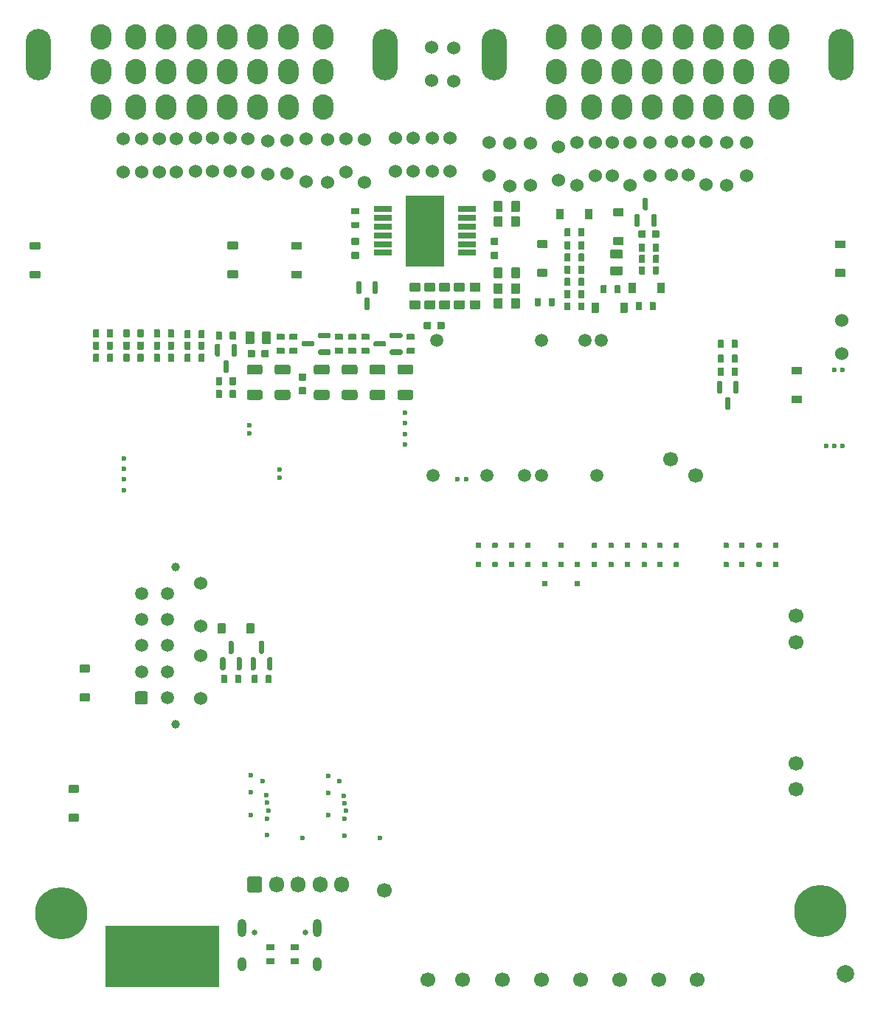
<source format=gbs>
G04 #@! TF.GenerationSoftware,KiCad,Pcbnew,7.0.1-115-g2ece2719d0*
G04 #@! TF.CreationDate,2023-04-03T01:08:23+03:00*
G04 #@! TF.ProjectId,alphax_4ch,616c7068-6178-45f3-9463-682e6b696361,G*
G04 #@! TF.SameCoordinates,PX141f5e0PYa2cace0*
G04 #@! TF.FileFunction,Soldermask,Bot*
G04 #@! TF.FilePolarity,Negative*
%FSLAX46Y46*%
G04 Gerber Fmt 4.6, Leading zero omitted, Abs format (unit mm)*
G04 Created by KiCad (PCBNEW 7.0.1-115-g2ece2719d0) date 2023-04-03 01:08:23*
%MOMM*%
%LPD*%
G01*
G04 APERTURE LIST*
%ADD10C,0.120000*%
%ADD11C,1.524000*%
%ADD12C,1.700000*%
%ADD13C,6.000000*%
%ADD14O,1.700000X1.850000*%
%ADD15O,2.900000X5.900000*%
%ADD16O,2.400000X2.900000*%
%ADD17C,0.650000*%
%ADD18O,1.000000X2.100000*%
%ADD19O,1.000000X1.600000*%
%ADD20C,1.000000*%
%ADD21C,1.500000*%
%ADD22C,0.600000*%
%ADD23C,0.599999*%
%ADD24R,2.000000X0.650000*%
%ADD25R,4.500000X8.100000*%
%ADD26C,2.000000*%
G04 APERTURE END LIST*
G04 #@! TO.C,U4*
D10*
X22850000Y200000D02*
X9850000Y200000D01*
X9850000Y7200000D01*
X22850000Y7200000D01*
X22850000Y200000D01*
G36*
X22850000Y200000D02*
G01*
X9850000Y200000D01*
X9850000Y7200000D01*
X22850000Y7200000D01*
X22850000Y200000D01*
G37*
G04 #@! TD*
G04 #@! TO.C,R1135*
G36*
G01*
X43400000Y67704990D02*
X43400000Y68394990D01*
G75*
G02*
X43630000Y68624990I230000J0D01*
G01*
X44970000Y68624990D01*
G75*
G02*
X45200000Y68394990I0J-230000D01*
G01*
X45200000Y67704990D01*
G75*
G02*
X44970000Y67474990I-230000J0D01*
G01*
X43630000Y67474990D01*
G75*
G02*
X43400000Y67704990I0J230000D01*
G01*
G37*
G36*
G01*
X43400000Y70605010D02*
X43400000Y71295010D01*
G75*
G02*
X43630000Y71525010I230000J0D01*
G01*
X44970000Y71525010D01*
G75*
G02*
X45200000Y71295010I0J-230000D01*
G01*
X45200000Y70605010D01*
G75*
G02*
X44970000Y70375010I-230000J0D01*
G01*
X43630000Y70375010D01*
G75*
G02*
X43400000Y70605010I0J230000D01*
G01*
G37*
G04 #@! TD*
G04 #@! TO.C,R1140*
G36*
G01*
X24850000Y68527500D02*
X24850000Y67747500D01*
G75*
G02*
X24780000Y67677500I-70000J0D01*
G01*
X24220000Y67677500D01*
G75*
G02*
X24150000Y67747500I0J70000D01*
G01*
X24150000Y68527500D01*
G75*
G02*
X24220000Y68597500I70000J0D01*
G01*
X24780000Y68597500D01*
G75*
G02*
X24850000Y68527500I0J-70000D01*
G01*
G37*
G36*
G01*
X23250000Y68527500D02*
X23250000Y67747500D01*
G75*
G02*
X23180000Y67677500I-70000J0D01*
G01*
X22620000Y67677500D01*
G75*
G02*
X22550000Y67747500I0J70000D01*
G01*
X22550000Y68527500D01*
G75*
G02*
X22620000Y68597500I70000J0D01*
G01*
X23180000Y68597500D01*
G75*
G02*
X23250000Y68527500I0J-70000D01*
G01*
G37*
G04 #@! TD*
G04 #@! TO.C,R1139*
G36*
G01*
X26100000Y67704990D02*
X26100000Y68394990D01*
G75*
G02*
X26330000Y68624990I230000J0D01*
G01*
X27670000Y68624990D01*
G75*
G02*
X27900000Y68394990I0J-230000D01*
G01*
X27900000Y67704990D01*
G75*
G02*
X27670000Y67474990I-230000J0D01*
G01*
X26330000Y67474990D01*
G75*
G02*
X26100000Y67704990I0J230000D01*
G01*
G37*
G36*
G01*
X26100000Y70605010D02*
X26100000Y71295010D01*
G75*
G02*
X26330000Y71525010I230000J0D01*
G01*
X27670000Y71525010D01*
G75*
G02*
X27900000Y71295010I0J-230000D01*
G01*
X27900000Y70605010D01*
G75*
G02*
X27670000Y70375010I-230000J0D01*
G01*
X26330000Y70375010D01*
G75*
G02*
X26100000Y70605010I0J230000D01*
G01*
G37*
G04 #@! TD*
G04 #@! TO.C,R1138*
G36*
G01*
X22550000Y69247500D02*
X22550000Y70027500D01*
G75*
G02*
X22620000Y70097500I70000J0D01*
G01*
X23180000Y70097500D01*
G75*
G02*
X23250000Y70027500I0J-70000D01*
G01*
X23250000Y69247500D01*
G75*
G02*
X23180000Y69177500I-70000J0D01*
G01*
X22620000Y69177500D01*
G75*
G02*
X22550000Y69247500I0J70000D01*
G01*
G37*
G36*
G01*
X24150000Y69247500D02*
X24150000Y70027500D01*
G75*
G02*
X24220000Y70097500I70000J0D01*
G01*
X24780000Y70097500D01*
G75*
G02*
X24850000Y70027500I0J-70000D01*
G01*
X24850000Y69247500D01*
G75*
G02*
X24780000Y69177500I-70000J0D01*
G01*
X24220000Y69177500D01*
G75*
G02*
X24150000Y69247500I0J70000D01*
G01*
G37*
G04 #@! TD*
G04 #@! TO.C,R1137*
G36*
G01*
X22550000Y74447500D02*
X22550000Y75227500D01*
G75*
G02*
X22620000Y75297500I70000J0D01*
G01*
X23180000Y75297500D01*
G75*
G02*
X23250000Y75227500I0J-70000D01*
G01*
X23250000Y74447500D01*
G75*
G02*
X23180000Y74377500I-70000J0D01*
G01*
X22620000Y74377500D01*
G75*
G02*
X22550000Y74447500I0J70000D01*
G01*
G37*
G36*
G01*
X24150000Y74447500D02*
X24150000Y75227500D01*
G75*
G02*
X24220000Y75297500I70000J0D01*
G01*
X24780000Y75297500D01*
G75*
G02*
X24850000Y75227500I0J-70000D01*
G01*
X24850000Y74447500D01*
G75*
G02*
X24780000Y74377500I-70000J0D01*
G01*
X24220000Y74377500D01*
G75*
G02*
X24150000Y74447500I0J70000D01*
G01*
G37*
G04 #@! TD*
G04 #@! TO.C,R1132*
G36*
G01*
X31072500Y75050000D02*
X31852500Y75050000D01*
G75*
G02*
X31922500Y74980000I0J-70000D01*
G01*
X31922500Y74420000D01*
G75*
G02*
X31852500Y74350000I-70000J0D01*
G01*
X31072500Y74350000D01*
G75*
G02*
X31002500Y74420000I0J70000D01*
G01*
X31002500Y74980000D01*
G75*
G02*
X31072500Y75050000I70000J0D01*
G01*
G37*
G36*
G01*
X31072500Y73450000D02*
X31852500Y73450000D01*
G75*
G02*
X31922500Y73380000I0J-70000D01*
G01*
X31922500Y72820000D01*
G75*
G02*
X31852500Y72750000I-70000J0D01*
G01*
X31072500Y72750000D01*
G75*
G02*
X31002500Y72820000I0J70000D01*
G01*
X31002500Y73380000D01*
G75*
G02*
X31072500Y73450000I70000J0D01*
G01*
G37*
G04 #@! TD*
G04 #@! TO.C,R1129*
G36*
G01*
X30352500Y72750000D02*
X29572500Y72750000D01*
G75*
G02*
X29502500Y72820000I0J70000D01*
G01*
X29502500Y73380000D01*
G75*
G02*
X29572500Y73450000I70000J0D01*
G01*
X30352500Y73450000D01*
G75*
G02*
X30422500Y73380000I0J-70000D01*
G01*
X30422500Y72820000D01*
G75*
G02*
X30352500Y72750000I-70000J0D01*
G01*
G37*
G36*
G01*
X30352500Y74350000D02*
X29572500Y74350000D01*
G75*
G02*
X29502500Y74420000I0J70000D01*
G01*
X29502500Y74980000D01*
G75*
G02*
X29572500Y75050000I70000J0D01*
G01*
X30352500Y75050000D01*
G75*
G02*
X30422500Y74980000I0J-70000D01*
G01*
X30422500Y74420000D01*
G75*
G02*
X30352500Y74350000I-70000J0D01*
G01*
G37*
G04 #@! TD*
G04 #@! TO.C,R1128*
G36*
G01*
X39310000Y75050000D02*
X40090000Y75050000D01*
G75*
G02*
X40160000Y74980000I0J-70000D01*
G01*
X40160000Y74420000D01*
G75*
G02*
X40090000Y74350000I-70000J0D01*
G01*
X39310000Y74350000D01*
G75*
G02*
X39240000Y74420000I0J70000D01*
G01*
X39240000Y74980000D01*
G75*
G02*
X39310000Y75050000I70000J0D01*
G01*
G37*
G36*
G01*
X39310000Y73450000D02*
X40090000Y73450000D01*
G75*
G02*
X40160000Y73380000I0J-70000D01*
G01*
X40160000Y72820000D01*
G75*
G02*
X40090000Y72750000I-70000J0D01*
G01*
X39310000Y72750000D01*
G75*
G02*
X39240000Y72820000I0J70000D01*
G01*
X39240000Y73380000D01*
G75*
G02*
X39310000Y73450000I70000J0D01*
G01*
G37*
G04 #@! TD*
G04 #@! TO.C,R1127*
G36*
G01*
X38590000Y72750000D02*
X37810000Y72750000D01*
G75*
G02*
X37740000Y72820000I0J70000D01*
G01*
X37740000Y73380000D01*
G75*
G02*
X37810000Y73450000I70000J0D01*
G01*
X38590000Y73450000D01*
G75*
G02*
X38660000Y73380000I0J-70000D01*
G01*
X38660000Y72820000D01*
G75*
G02*
X38590000Y72750000I-70000J0D01*
G01*
G37*
G36*
G01*
X38590000Y74350000D02*
X37810000Y74350000D01*
G75*
G02*
X37740000Y74420000I0J70000D01*
G01*
X37740000Y74980000D01*
G75*
G02*
X37810000Y75050000I70000J0D01*
G01*
X38590000Y75050000D01*
G75*
G02*
X38660000Y74980000I0J-70000D01*
G01*
X38660000Y74420000D01*
G75*
G02*
X38590000Y74350000I-70000J0D01*
G01*
G37*
G04 #@! TD*
G04 #@! TO.C,R1126*
G36*
G01*
X33800000Y67704990D02*
X33800000Y68394990D01*
G75*
G02*
X34030000Y68624990I230000J0D01*
G01*
X35370000Y68624990D01*
G75*
G02*
X35600000Y68394990I0J-230000D01*
G01*
X35600000Y67704990D01*
G75*
G02*
X35370000Y67474990I-230000J0D01*
G01*
X34030000Y67474990D01*
G75*
G02*
X33800000Y67704990I0J230000D01*
G01*
G37*
G36*
G01*
X33800000Y70605010D02*
X33800000Y71295010D01*
G75*
G02*
X34030000Y71525010I230000J0D01*
G01*
X35370000Y71525010D01*
G75*
G02*
X35600000Y71295010I0J-230000D01*
G01*
X35600000Y70605010D01*
G75*
G02*
X35370000Y70375010I-230000J0D01*
G01*
X34030000Y70375010D01*
G75*
G02*
X33800000Y70605010I0J230000D01*
G01*
G37*
G04 #@! TD*
G04 #@! TO.C,R1125*
G36*
G01*
X37052500Y72750000D02*
X36272500Y72750000D01*
G75*
G02*
X36202500Y72820000I0J70000D01*
G01*
X36202500Y73380000D01*
G75*
G02*
X36272500Y73450000I70000J0D01*
G01*
X37052500Y73450000D01*
G75*
G02*
X37122500Y73380000I0J-70000D01*
G01*
X37122500Y72820000D01*
G75*
G02*
X37052500Y72750000I-70000J0D01*
G01*
G37*
G36*
G01*
X37052500Y74350000D02*
X36272500Y74350000D01*
G75*
G02*
X36202500Y74420000I0J70000D01*
G01*
X36202500Y74980000D01*
G75*
G02*
X36272500Y75050000I70000J0D01*
G01*
X37052500Y75050000D01*
G75*
G02*
X37122500Y74980000I0J-70000D01*
G01*
X37122500Y74420000D01*
G75*
G02*
X37052500Y74350000I-70000J0D01*
G01*
G37*
G04 #@! TD*
G04 #@! TO.C,R1112*
G36*
G01*
X70750000Y77835000D02*
X70750000Y78615000D01*
G75*
G02*
X70820000Y78685000I70000J0D01*
G01*
X71380000Y78685000D01*
G75*
G02*
X71450000Y78615000I0J-70000D01*
G01*
X71450000Y77835000D01*
G75*
G02*
X71380000Y77765000I-70000J0D01*
G01*
X70820000Y77765000D01*
G75*
G02*
X70750000Y77835000I0J70000D01*
G01*
G37*
G36*
G01*
X72350000Y77835000D02*
X72350000Y78615000D01*
G75*
G02*
X72420000Y78685000I70000J0D01*
G01*
X72980000Y78685000D01*
G75*
G02*
X73050000Y78615000I0J-70000D01*
G01*
X73050000Y77835000D01*
G75*
G02*
X72980000Y77765000I-70000J0D01*
G01*
X72420000Y77765000D01*
G75*
G02*
X72350000Y77835000I0J70000D01*
G01*
G37*
G04 #@! TD*
G04 #@! TO.C,R1111*
G36*
G01*
X69000000Y80552500D02*
X69000000Y79772500D01*
G75*
G02*
X68930000Y79702500I-70000J0D01*
G01*
X68370000Y79702500D01*
G75*
G02*
X68300000Y79772500I0J70000D01*
G01*
X68300000Y80552500D01*
G75*
G02*
X68370000Y80622500I70000J0D01*
G01*
X68930000Y80622500D01*
G75*
G02*
X69000000Y80552500I0J-70000D01*
G01*
G37*
G36*
G01*
X67400000Y80552500D02*
X67400000Y79772500D01*
G75*
G02*
X67330000Y79702500I-70000J0D01*
G01*
X66770000Y79702500D01*
G75*
G02*
X66700000Y79772500I0J70000D01*
G01*
X66700000Y80552500D01*
G75*
G02*
X66770000Y80622500I70000J0D01*
G01*
X67330000Y80622500D01*
G75*
G02*
X67400000Y80552500I0J-70000D01*
G01*
G37*
G04 #@! TD*
G04 #@! TO.C,R1110*
G36*
G01*
X62550000Y86310000D02*
X62550000Y87090000D01*
G75*
G02*
X62620000Y87160000I70000J0D01*
G01*
X63180000Y87160000D01*
G75*
G02*
X63250000Y87090000I0J-70000D01*
G01*
X63250000Y86310000D01*
G75*
G02*
X63180000Y86240000I-70000J0D01*
G01*
X62620000Y86240000D01*
G75*
G02*
X62550000Y86310000I0J70000D01*
G01*
G37*
G36*
G01*
X64150000Y86310000D02*
X64150000Y87090000D01*
G75*
G02*
X64220000Y87160000I70000J0D01*
G01*
X64780000Y87160000D01*
G75*
G02*
X64850000Y87090000I0J-70000D01*
G01*
X64850000Y86310000D01*
G75*
G02*
X64780000Y86240000I-70000J0D01*
G01*
X64220000Y86240000D01*
G75*
G02*
X64150000Y86310000I0J70000D01*
G01*
G37*
G04 #@! TD*
D11*
G04 #@! TO.C,R8*
X76750000Y93245000D03*
X76750000Y97055000D03*
G04 #@! TD*
D12*
G04 #@! TO.C,P18*
X89100000Y39700000D03*
G04 #@! TD*
D11*
G04 #@! TO.C,F10*
X20840000Y33250000D03*
X20840000Y38150000D03*
G04 #@! TD*
D12*
G04 #@! TO.C,P23*
X59900000Y1000000D03*
G04 #@! TD*
D13*
G04 #@! TO.C,J8*
X4803000Y8619000D03*
G04 #@! TD*
D11*
G04 #@! TO.C,R59*
X45200000Y97505000D03*
X45200000Y93695000D03*
G04 #@! TD*
G04 #@! TO.C,R9*
X74800000Y93245000D03*
X74800000Y97055000D03*
G04 #@! TD*
G04 #@! TO.C,R68*
X24200000Y93695000D03*
X24200000Y97505000D03*
G04 #@! TD*
G04 #@! TO.C,J5*
G36*
G01*
X26150000Y11225000D02*
X26150000Y12575000D01*
G75*
G02*
X26400000Y12825000I250000J0D01*
G01*
X27600000Y12825000D01*
G75*
G02*
X27850000Y12575000I0J-250000D01*
G01*
X27850000Y11225000D01*
G75*
G02*
X27600000Y10975000I-250000J0D01*
G01*
X26400000Y10975000D01*
G75*
G02*
X26150000Y11225000I0J250000D01*
G01*
G37*
D14*
X29500000Y11900000D03*
X32000000Y11900000D03*
X34500000Y11900000D03*
X37000000Y11900000D03*
G04 #@! TD*
D11*
G04 #@! TO.C,F4*
X63950000Y97000000D03*
X63950000Y92100000D03*
G04 #@! TD*
G04 #@! TO.C,R91*
X94400000Y72795000D03*
X94400000Y76605000D03*
G04 #@! TD*
D15*
G04 #@! TO.C,P2*
X2200000Y107100000D03*
X42000000Y107100000D03*
D16*
X9350000Y101100000D03*
X13350000Y101100000D03*
X16850000Y101100000D03*
X20350000Y101100000D03*
X23850000Y101100000D03*
X27350000Y101100000D03*
X30850000Y101100000D03*
X34850000Y101100000D03*
X9350000Y105100000D03*
X13350000Y105100000D03*
X16850000Y105100000D03*
X20350000Y105100000D03*
X23850000Y105100000D03*
X27350000Y105100000D03*
X30850000Y105100000D03*
X34850000Y105100000D03*
X9350000Y109100000D03*
X13350000Y109100000D03*
X16850000Y109100000D03*
X20350000Y109100000D03*
X23850000Y109100000D03*
X27350000Y109100000D03*
X30850000Y109100000D03*
X34850000Y109100000D03*
G04 #@! TD*
D12*
G04 #@! TO.C,P19*
X41900000Y11200000D03*
G04 #@! TD*
D11*
G04 #@! TO.C,R11*
X47350000Y104095000D03*
X47350000Y107905000D03*
G04 #@! TD*
D12*
G04 #@! TO.C,P26*
X64400000Y1000000D03*
G04 #@! TD*
D11*
G04 #@! TO.C,R60*
X43200000Y93695000D03*
X43200000Y97505000D03*
G04 #@! TD*
D17*
G04 #@! TO.C,J1*
X27010000Y6420000D03*
X32790000Y6420000D03*
D18*
X25580000Y6920000D03*
D19*
X25580000Y2740000D03*
D18*
X34220000Y6920000D03*
D19*
X34220000Y2740000D03*
G04 #@! TD*
D12*
G04 #@! TO.C,P16*
X89100000Y22800000D03*
G04 #@! TD*
G04 #@! TO.C,P21*
X50900000Y1000000D03*
G04 #@! TD*
D11*
G04 #@! TO.C,R17*
X68050000Y93145000D03*
X68050000Y96955000D03*
G04 #@! TD*
G04 #@! TO.C,R63*
X22200000Y93695000D03*
X22200000Y97505000D03*
G04 #@! TD*
D12*
G04 #@! TO.C,P24*
X46900000Y1000000D03*
G04 #@! TD*
G04 #@! TO.C,P28*
X77800000Y1000000D03*
G04 #@! TD*
D11*
G04 #@! TO.C,R16*
X72350000Y93195000D03*
X72350000Y97005000D03*
G04 #@! TD*
G04 #@! TO.C,R70*
X11950000Y93595000D03*
X11950000Y97405000D03*
G04 #@! TD*
D12*
G04 #@! TO.C,P3*
X74700000Y60700000D03*
G04 #@! TD*
D20*
G04 #@! TO.C,J6*
X17940000Y30300000D03*
X17940000Y48300000D03*
G36*
G01*
X14499999Y32550000D02*
X13500001Y32550000D01*
G75*
G02*
X13250000Y32800001I0J250001D01*
G01*
X13250000Y33799999D01*
G75*
G02*
X13500001Y34050000I250001J0D01*
G01*
X14499999Y34050000D01*
G75*
G02*
X14750000Y33799999I0J-250001D01*
G01*
X14750000Y32800001D01*
G75*
G02*
X14499999Y32550000I-250001J0D01*
G01*
G37*
D21*
X14000000Y36300000D03*
X14000000Y39300000D03*
X14000000Y42300000D03*
X14000000Y45300000D03*
X17000000Y33300000D03*
X17000000Y36300000D03*
X17000000Y39300000D03*
X17000000Y42300000D03*
X17000000Y45300000D03*
G04 #@! TD*
D12*
G04 #@! TO.C,P27*
X73400000Y1000000D03*
G04 #@! TD*
D21*
G04 #@! TO.C,M1*
X66300000Y58825005D03*
X59900003Y58825005D03*
X58000000Y58825005D03*
X53700000Y58825005D03*
D22*
X51300003Y58375006D03*
X50300002Y58375006D03*
D21*
X47450000Y58825005D03*
X66750002Y74325002D03*
X64900003Y74325002D03*
X59950000Y74325002D03*
X47900002Y74325002D03*
G04 #@! TD*
D22*
G04 #@! TO.C,M3*
X11975000Y59550000D03*
X11975000Y60750000D03*
X11975000Y58350000D03*
X11975000Y57150000D03*
X26400000Y63610000D03*
X26400000Y64610000D03*
G04 #@! TD*
D11*
G04 #@! TO.C,R10*
X66100000Y93145000D03*
X66100000Y96955000D03*
G04 #@! TD*
G04 #@! TO.C,R62*
X28500000Y93395000D03*
X28500000Y97205000D03*
G04 #@! TD*
G04 #@! TO.C,F7*
X32900000Y97399979D03*
X32900000Y92499979D03*
G04 #@! TD*
G04 #@! TO.C,R56*
X14000000Y93645000D03*
X14000000Y97455000D03*
G04 #@! TD*
G04 #@! TO.C,R19*
X53950000Y93145000D03*
X53950000Y96955000D03*
G04 #@! TD*
G04 #@! TO.C,R67*
X26250000Y93645000D03*
X26250000Y97455000D03*
G04 #@! TD*
G04 #@! TO.C,F1*
X81196000Y96995000D03*
X81196000Y92095000D03*
G04 #@! TD*
G04 #@! TO.C,R64*
X16050000Y93645000D03*
X16050000Y97455000D03*
G04 #@! TD*
G04 #@! TO.C,F3*
X70100000Y97000000D03*
X70100000Y92100000D03*
G04 #@! TD*
G04 #@! TO.C,R61*
X30700000Y93445000D03*
X30700000Y97255000D03*
G04 #@! TD*
D12*
G04 #@! TO.C,P22*
X55400000Y1000000D03*
G04 #@! TD*
D13*
G04 #@! TO.C,J7*
X91948000Y8873000D03*
G04 #@! TD*
D12*
G04 #@! TO.C,P20*
X89100000Y42700000D03*
G04 #@! TD*
D11*
G04 #@! TO.C,R69*
X18050000Y93645000D03*
X18050000Y97455000D03*
G04 #@! TD*
G04 #@! TO.C,R55*
X20200000Y93695000D03*
X20200000Y97505000D03*
G04 #@! TD*
G04 #@! TO.C,F8*
X39600000Y97299979D03*
X39600000Y92399979D03*
G04 #@! TD*
D12*
G04 #@! TO.C,P25*
X68900000Y1000000D03*
G04 #@! TD*
D11*
G04 #@! TO.C,R54*
X37450000Y93595000D03*
X37450000Y97405000D03*
G04 #@! TD*
G04 #@! TO.C,R52*
X47400000Y93695000D03*
X47400000Y97505000D03*
G04 #@! TD*
D22*
G04 #@! TO.C,M9*
X94474999Y62225000D03*
X93524999Y62225000D03*
X92575001Y62225000D03*
X93574999Y70925000D03*
X94474999Y70925000D03*
G04 #@! TD*
D23*
G04 #@! TO.C,M6*
X37285001Y19400014D03*
X35449991Y19825022D03*
X37499999Y20375019D03*
X37285004Y21249978D03*
X37209997Y22100001D03*
X35449991Y22425017D03*
X36759991Y23724984D03*
X35449991Y24375001D03*
X41375006Y17199998D03*
X37300000Y17500000D03*
G04 #@! TD*
D11*
G04 #@! TO.C,R15*
X83482000Y93190000D03*
X83482000Y97000000D03*
G04 #@! TD*
G04 #@! TO.C,R53*
X49400000Y93695000D03*
X49400000Y97505000D03*
G04 #@! TD*
D22*
G04 #@! TO.C,M8*
X44300000Y63587500D03*
X44300000Y62387500D03*
X44300000Y64787500D03*
X44300000Y65987500D03*
X29875000Y59527500D03*
X29875000Y58527500D03*
G04 #@! TD*
D11*
G04 #@! TO.C,F9*
X35350000Y97349979D03*
X35350000Y92449979D03*
G04 #@! TD*
D12*
G04 #@! TO.C,P17*
X89100000Y25800000D03*
G04 #@! TD*
D15*
G04 #@! TO.C,P1*
X54500000Y107100000D03*
X94300000Y107100000D03*
D16*
X61650000Y101100000D03*
X65650000Y101100000D03*
X69150000Y101100000D03*
X72650000Y101100000D03*
X76150000Y101100000D03*
X79650000Y101100000D03*
X83150000Y101100000D03*
X87150000Y101100000D03*
X61650000Y105100000D03*
X65650000Y105100000D03*
X69150000Y105100000D03*
X72650000Y105100000D03*
X76150000Y105100000D03*
X79650000Y105100000D03*
X83150000Y105100000D03*
X87150000Y105100000D03*
X61650000Y109100000D03*
X65650000Y109100000D03*
X69150000Y109100000D03*
X72650000Y109100000D03*
X76150000Y109100000D03*
X79650000Y109100000D03*
X83150000Y109100000D03*
X87150000Y109100000D03*
G04 #@! TD*
D11*
G04 #@! TO.C,F6*
X56300000Y96900000D03*
X56300000Y92000000D03*
G04 #@! TD*
D23*
G04 #@! TO.C,M2*
X28405111Y19436868D03*
X26570101Y19861876D03*
X28620109Y20411873D03*
X28405114Y21286832D03*
X28330107Y22136855D03*
X26570101Y22461871D03*
X27880101Y23761838D03*
X26570101Y24411855D03*
X32495116Y17236852D03*
X28420110Y17536854D03*
G04 #@! TD*
D11*
G04 #@! TO.C,R12*
X49850000Y104045000D03*
X49850000Y107855000D03*
G04 #@! TD*
G04 #@! TO.C,R18*
X61850000Y92695000D03*
X61850000Y96505000D03*
G04 #@! TD*
D12*
G04 #@! TO.C,P4*
X77600000Y58800000D03*
G04 #@! TD*
D11*
G04 #@! TO.C,F5*
X58650000Y96945000D03*
X58650000Y92045000D03*
G04 #@! TD*
G04 #@! TO.C,F11*
X20840000Y41550000D03*
X20840000Y46450000D03*
G04 #@! TD*
G04 #@! TO.C,F2*
X78800000Y97045000D03*
X78800000Y92145000D03*
G04 #@! TD*
G04 #@! TO.C,C18*
G36*
G01*
X28625000Y73140000D02*
X28625000Y72460000D01*
G75*
G02*
X28540000Y72375000I-85000J0D01*
G01*
X27860000Y72375000D01*
G75*
G02*
X27775000Y72460000I0J85000D01*
G01*
X27775000Y73140000D01*
G75*
G02*
X27860000Y73225000I85000J0D01*
G01*
X28540000Y73225000D01*
G75*
G02*
X28625000Y73140000I0J-85000D01*
G01*
G37*
G36*
G01*
X27044998Y73140000D02*
X27044998Y72460000D01*
G75*
G02*
X26959998Y72375000I-85000J0D01*
G01*
X26279998Y72375000D01*
G75*
G02*
X26194998Y72460000I0J85000D01*
G01*
X26194998Y73140000D01*
G75*
G02*
X26279998Y73225000I85000J0D01*
G01*
X26959998Y73225000D01*
G75*
G02*
X27044998Y73140000I0J-85000D01*
G01*
G37*
G04 #@! TD*
G04 #@! TO.C,R29*
G36*
G01*
X80150000Y70310000D02*
X80150000Y71090000D01*
G75*
G02*
X80220000Y71160000I70000J0D01*
G01*
X80780000Y71160000D01*
G75*
G02*
X80850000Y71090000I0J-70000D01*
G01*
X80850000Y70310000D01*
G75*
G02*
X80780000Y70240000I-70000J0D01*
G01*
X80220000Y70240000D01*
G75*
G02*
X80150000Y70310000I0J70000D01*
G01*
G37*
G36*
G01*
X81750000Y70310000D02*
X81750000Y71090000D01*
G75*
G02*
X81820000Y71160000I70000J0D01*
G01*
X82380000Y71160000D01*
G75*
G02*
X82450000Y71090000I0J-70000D01*
G01*
X82450000Y70310000D01*
G75*
G02*
X82380000Y70240000I-70000J0D01*
G01*
X81820000Y70240000D01*
G75*
G02*
X81750000Y70310000I0J70000D01*
G01*
G37*
G04 #@! TD*
G04 #@! TO.C,R90*
G36*
G01*
X38935290Y87190000D02*
X38155290Y87190000D01*
G75*
G02*
X38085290Y87260000I0J70000D01*
G01*
X38085290Y87820000D01*
G75*
G02*
X38155290Y87890000I70000J0D01*
G01*
X38935290Y87890000D01*
G75*
G02*
X39005290Y87820000I0J-70000D01*
G01*
X39005290Y87260000D01*
G75*
G02*
X38935290Y87190000I-70000J0D01*
G01*
G37*
G36*
G01*
X38935290Y88790000D02*
X38155290Y88790000D01*
G75*
G02*
X38085290Y88860000I0J70000D01*
G01*
X38085290Y89420000D01*
G75*
G02*
X38155290Y89490000I70000J0D01*
G01*
X38935290Y89490000D01*
G75*
G02*
X39005290Y89420000I0J-70000D01*
G01*
X39005290Y88860000D01*
G75*
G02*
X38935290Y88790000I-70000J0D01*
G01*
G37*
G04 #@! TD*
G04 #@! TO.C,D30*
G36*
G01*
X75700000Y48840000D02*
X75700000Y48360000D01*
G75*
G02*
X75640000Y48300000I-60000J0D01*
G01*
X75160000Y48300000D01*
G75*
G02*
X75100000Y48360000I0J60000D01*
G01*
X75100000Y48840000D01*
G75*
G02*
X75160000Y48900000I60000J0D01*
G01*
X75640000Y48900000D01*
G75*
G02*
X75700000Y48840000I0J-60000D01*
G01*
G37*
G36*
G01*
X75700000Y51040000D02*
X75700000Y50560000D01*
G75*
G02*
X75640000Y50500000I-60000J0D01*
G01*
X75160000Y50500000D01*
G75*
G02*
X75100000Y50560000I0J60000D01*
G01*
X75100000Y51040000D01*
G75*
G02*
X75160000Y51100000I60000J0D01*
G01*
X75640000Y51100000D01*
G75*
G02*
X75700000Y51040000I0J-60000D01*
G01*
G37*
G04 #@! TD*
G04 #@! TO.C,C3*
G36*
G01*
X38205290Y86055001D02*
X38885290Y86055001D01*
G75*
G02*
X38970290Y85970001I0J-85000D01*
G01*
X38970290Y85290001D01*
G75*
G02*
X38885290Y85205001I-85000J0D01*
G01*
X38205290Y85205001D01*
G75*
G02*
X38120290Y85290001I0J85000D01*
G01*
X38120290Y85970001D01*
G75*
G02*
X38205290Y86055001I85000J0D01*
G01*
G37*
G36*
G01*
X38205290Y84474999D02*
X38885290Y84474999D01*
G75*
G02*
X38970290Y84389999I0J-85000D01*
G01*
X38970290Y83709999D01*
G75*
G02*
X38885290Y83624999I-85000J0D01*
G01*
X38205290Y83624999D01*
G75*
G02*
X38120290Y83709999I0J85000D01*
G01*
X38120290Y84389999D01*
G75*
G02*
X38205290Y84474999I85000J0D01*
G01*
G37*
G04 #@! TD*
G04 #@! TO.C,D46*
G36*
G01*
X56800000Y48840000D02*
X56800000Y48360000D01*
G75*
G02*
X56740000Y48300000I-60000J0D01*
G01*
X56260000Y48300000D01*
G75*
G02*
X56200000Y48360000I0J60000D01*
G01*
X56200000Y48840000D01*
G75*
G02*
X56260000Y48900000I60000J0D01*
G01*
X56740000Y48900000D01*
G75*
G02*
X56800000Y48840000I0J-60000D01*
G01*
G37*
G36*
G01*
X56800000Y51040000D02*
X56800000Y50560000D01*
G75*
G02*
X56740000Y50500000I-60000J0D01*
G01*
X56260000Y50500000D01*
G75*
G02*
X56200000Y50560000I0J60000D01*
G01*
X56200000Y51040000D01*
G75*
G02*
X56260000Y51100000I60000J0D01*
G01*
X56740000Y51100000D01*
G75*
G02*
X56800000Y51040000I0J-60000D01*
G01*
G37*
G04 #@! TD*
G04 #@! TO.C,R87*
G36*
G01*
X11950000Y71910000D02*
X11950000Y72690000D01*
G75*
G02*
X12020000Y72760000I70000J0D01*
G01*
X12580000Y72760000D01*
G75*
G02*
X12650000Y72690000I0J-70000D01*
G01*
X12650000Y71910000D01*
G75*
G02*
X12580000Y71840000I-70000J0D01*
G01*
X12020000Y71840000D01*
G75*
G02*
X11950000Y71910000I0J70000D01*
G01*
G37*
G36*
G01*
X13550000Y71910000D02*
X13550000Y72690000D01*
G75*
G02*
X13620000Y72760000I70000J0D01*
G01*
X14180000Y72760000D01*
G75*
G02*
X14250000Y72690000I0J-70000D01*
G01*
X14250000Y71910000D01*
G75*
G02*
X14180000Y71840000I-70000J0D01*
G01*
X13620000Y71840000D01*
G75*
G02*
X13550000Y71910000I0J70000D01*
G01*
G37*
G04 #@! TD*
G04 #@! TO.C,R21*
G36*
G01*
X62550000Y80610000D02*
X62550000Y81390000D01*
G75*
G02*
X62620000Y81460000I70000J0D01*
G01*
X63180000Y81460000D01*
G75*
G02*
X63250000Y81390000I0J-70000D01*
G01*
X63250000Y80610000D01*
G75*
G02*
X63180000Y80540000I-70000J0D01*
G01*
X62620000Y80540000D01*
G75*
G02*
X62550000Y80610000I0J70000D01*
G01*
G37*
G36*
G01*
X64150000Y80610000D02*
X64150000Y81390000D01*
G75*
G02*
X64220000Y81460000I70000J0D01*
G01*
X64780000Y81460000D01*
G75*
G02*
X64850000Y81390000I0J-70000D01*
G01*
X64850000Y80610000D01*
G75*
G02*
X64780000Y80540000I-70000J0D01*
G01*
X64220000Y80540000D01*
G75*
G02*
X64150000Y80610000I0J70000D01*
G01*
G37*
G04 #@! TD*
G04 #@! TO.C,R82*
G36*
G01*
X11950000Y74710000D02*
X11950000Y75490000D01*
G75*
G02*
X12020000Y75560000I70000J0D01*
G01*
X12580000Y75560000D01*
G75*
G02*
X12650000Y75490000I0J-70000D01*
G01*
X12650000Y74710000D01*
G75*
G02*
X12580000Y74640000I-70000J0D01*
G01*
X12020000Y74640000D01*
G75*
G02*
X11950000Y74710000I0J70000D01*
G01*
G37*
G36*
G01*
X13550000Y74710000D02*
X13550000Y75490000D01*
G75*
G02*
X13620000Y75560000I70000J0D01*
G01*
X14180000Y75560000D01*
G75*
G02*
X14250000Y75490000I0J-70000D01*
G01*
X14250000Y74710000D01*
G75*
G02*
X14180000Y74640000I-70000J0D01*
G01*
X13620000Y74640000D01*
G75*
G02*
X13550000Y74710000I0J70000D01*
G01*
G37*
G04 #@! TD*
G04 #@! TO.C,D49*
G36*
G01*
X69900000Y79815000D02*
X69900000Y80835000D01*
G75*
G02*
X69990000Y80925000I90000J0D01*
G01*
X70710000Y80925000D01*
G75*
G02*
X70800000Y80835000I0J-90000D01*
G01*
X70800000Y79815000D01*
G75*
G02*
X70710000Y79725000I-90000J0D01*
G01*
X69990000Y79725000D01*
G75*
G02*
X69900000Y79815000I0J90000D01*
G01*
G37*
G36*
G01*
X73200000Y79815000D02*
X73200000Y80835000D01*
G75*
G02*
X73290000Y80925000I90000J0D01*
G01*
X74010000Y80925000D01*
G75*
G02*
X74100000Y80835000I0J-90000D01*
G01*
X74100000Y79815000D01*
G75*
G02*
X74010000Y79725000I-90000J0D01*
G01*
X73290000Y79725000D01*
G75*
G02*
X73200000Y79815000I0J90000D01*
G01*
G37*
G04 #@! TD*
G04 #@! TO.C,C20*
G36*
G01*
X48815001Y76340000D02*
X48815001Y75660000D01*
G75*
G02*
X48730001Y75575000I-85000J0D01*
G01*
X48050001Y75575000D01*
G75*
G02*
X47965001Y75660000I0J85000D01*
G01*
X47965001Y76340000D01*
G75*
G02*
X48050001Y76425000I85000J0D01*
G01*
X48730001Y76425000D01*
G75*
G02*
X48815001Y76340000I0J-85000D01*
G01*
G37*
G36*
G01*
X47234999Y76340000D02*
X47234999Y75660000D01*
G75*
G02*
X47149999Y75575000I-85000J0D01*
G01*
X46469999Y75575000D01*
G75*
G02*
X46384999Y75660000I0J85000D01*
G01*
X46384999Y76340000D01*
G75*
G02*
X46469999Y76425000I85000J0D01*
G01*
X47149999Y76425000D01*
G75*
G02*
X47234999Y76340000I0J-85000D01*
G01*
G37*
G04 #@! TD*
G04 #@! TO.C,D1*
G36*
G01*
X60000000Y48360000D02*
X60000000Y48840000D01*
G75*
G02*
X60060000Y48900000I60000J0D01*
G01*
X60540000Y48900000D01*
G75*
G02*
X60600000Y48840000I0J-60000D01*
G01*
X60600000Y48360000D01*
G75*
G02*
X60540000Y48300000I-60000J0D01*
G01*
X60060000Y48300000D01*
G75*
G02*
X60000000Y48360000I0J60000D01*
G01*
G37*
G36*
G01*
X60000000Y46160000D02*
X60000000Y46640000D01*
G75*
G02*
X60060000Y46700000I60000J0D01*
G01*
X60540000Y46700000D01*
G75*
G02*
X60600000Y46640000I0J-60000D01*
G01*
X60600000Y46160000D01*
G75*
G02*
X60540000Y46100000I-60000J0D01*
G01*
X60060000Y46100000D01*
G75*
G02*
X60000000Y46160000I0J60000D01*
G01*
G37*
G04 #@! TD*
G04 #@! TO.C,C1*
G36*
G01*
X54885290Y83624999D02*
X54205290Y83624999D01*
G75*
G02*
X54120290Y83709999I0J85000D01*
G01*
X54120290Y84389999D01*
G75*
G02*
X54205290Y84474999I85000J0D01*
G01*
X54885290Y84474999D01*
G75*
G02*
X54970290Y84389999I0J-85000D01*
G01*
X54970290Y83709999D01*
G75*
G02*
X54885290Y83624999I-85000J0D01*
G01*
G37*
G36*
G01*
X54885290Y85205001D02*
X54205290Y85205001D01*
G75*
G02*
X54120290Y85290001I0J85000D01*
G01*
X54120290Y85970001D01*
G75*
G02*
X54205290Y86055001I85000J0D01*
G01*
X54885290Y86055001D01*
G75*
G02*
X54970290Y85970001I0J-85000D01*
G01*
X54970290Y85290001D01*
G75*
G02*
X54885290Y85205001I-85000J0D01*
G01*
G37*
G04 #@! TD*
G04 #@! TO.C,D6*
G36*
G01*
X83187497Y48841498D02*
X83187497Y48361498D01*
G75*
G02*
X83127497Y48301498I-60000J0D01*
G01*
X82647497Y48301498D01*
G75*
G02*
X82587497Y48361498I0J60000D01*
G01*
X82587497Y48841498D01*
G75*
G02*
X82647497Y48901498I60000J0D01*
G01*
X83127497Y48901498D01*
G75*
G02*
X83187497Y48841498I0J-60000D01*
G01*
G37*
G36*
G01*
X83187497Y51041498D02*
X83187497Y50561498D01*
G75*
G02*
X83127497Y50501498I-60000J0D01*
G01*
X82647497Y50501498D01*
G75*
G02*
X82587497Y50561498I0J60000D01*
G01*
X82587497Y51041498D01*
G75*
G02*
X82647497Y51101498I60000J0D01*
G01*
X83127497Y51101498D01*
G75*
G02*
X83187497Y51041498I0J-60000D01*
G01*
G37*
G04 #@! TD*
G04 #@! TO.C,Q1*
G36*
G01*
X43975000Y75000000D02*
X43975000Y74700000D01*
G75*
G02*
X43825000Y74550000I-150000J0D01*
G01*
X42650000Y74550000D01*
G75*
G02*
X42500000Y74700000I0J150000D01*
G01*
X42500000Y75000000D01*
G75*
G02*
X42650000Y75150000I150000J0D01*
G01*
X43825000Y75150000D01*
G75*
G02*
X43975000Y75000000I0J-150000D01*
G01*
G37*
G36*
G01*
X42100000Y74050000D02*
X42100000Y73750000D01*
G75*
G02*
X41950000Y73600000I-150000J0D01*
G01*
X40775000Y73600000D01*
G75*
G02*
X40625000Y73750000I0J150000D01*
G01*
X40625000Y74050000D01*
G75*
G02*
X40775000Y74200000I150000J0D01*
G01*
X41950000Y74200000D01*
G75*
G02*
X42100000Y74050000I0J-150000D01*
G01*
G37*
G36*
G01*
X43975000Y73100000D02*
X43975000Y72800000D01*
G75*
G02*
X43825000Y72650000I-150000J0D01*
G01*
X42650000Y72650000D01*
G75*
G02*
X42500000Y72800000I0J150000D01*
G01*
X42500000Y73100000D01*
G75*
G02*
X42650000Y73250000I150000J0D01*
G01*
X43825000Y73250000D01*
G75*
G02*
X43975000Y73100000I0J-150000D01*
G01*
G37*
G04 #@! TD*
G04 #@! TO.C,R24*
G36*
G01*
X37000000Y67704990D02*
X37000000Y68394990D01*
G75*
G02*
X37230000Y68624990I230000J0D01*
G01*
X38570000Y68624990D01*
G75*
G02*
X38800000Y68394990I0J-230000D01*
G01*
X38800000Y67704990D01*
G75*
G02*
X38570000Y67474990I-230000J0D01*
G01*
X37230000Y67474990D01*
G75*
G02*
X37000000Y67704990I0J230000D01*
G01*
G37*
G36*
G01*
X37000000Y70605010D02*
X37000000Y71295010D01*
G75*
G02*
X37230000Y71525010I230000J0D01*
G01*
X38570000Y71525010D01*
G75*
G02*
X38800000Y71295010I0J-230000D01*
G01*
X38800000Y70605010D01*
G75*
G02*
X38570000Y70375010I-230000J0D01*
G01*
X37230000Y70375010D01*
G75*
G02*
X37000000Y70605010I0J230000D01*
G01*
G37*
G04 #@! TD*
G04 #@! TO.C,R38*
G36*
G01*
X23150000Y35067581D02*
X23150000Y35847581D01*
G75*
G02*
X23220000Y35917581I70000J0D01*
G01*
X23780000Y35917581D01*
G75*
G02*
X23850000Y35847581I0J-70000D01*
G01*
X23850000Y35067581D01*
G75*
G02*
X23780000Y34997581I-70000J0D01*
G01*
X23220000Y34997581D01*
G75*
G02*
X23150000Y35067581I0J70000D01*
G01*
G37*
G36*
G01*
X24750000Y35067581D02*
X24750000Y35847581D01*
G75*
G02*
X24820000Y35917581I70000J0D01*
G01*
X25380000Y35917581D01*
G75*
G02*
X25450000Y35847581I0J-70000D01*
G01*
X25450000Y35067581D01*
G75*
G02*
X25380000Y34997581I-70000J0D01*
G01*
X24820000Y34997581D01*
G75*
G02*
X24750000Y35067581I0J70000D01*
G01*
G37*
G04 #@! TD*
G04 #@! TO.C,D68*
G36*
G01*
X6730000Y19100000D02*
X5710000Y19100000D01*
G75*
G02*
X5620000Y19190000I0J90000D01*
G01*
X5620000Y19910000D01*
G75*
G02*
X5710000Y20000000I90000J0D01*
G01*
X6730000Y20000000D01*
G75*
G02*
X6820000Y19910000I0J-90000D01*
G01*
X6820000Y19190000D01*
G75*
G02*
X6730000Y19100000I-90000J0D01*
G01*
G37*
G36*
G01*
X6730000Y22400000D02*
X5710000Y22400000D01*
G75*
G02*
X5620000Y22490000I0J90000D01*
G01*
X5620000Y23210000D01*
G75*
G02*
X5710000Y23300000I90000J0D01*
G01*
X6730000Y23300000D01*
G75*
G02*
X6820000Y23210000I0J-90000D01*
G01*
X6820000Y22490000D01*
G75*
G02*
X6730000Y22400000I-90000J0D01*
G01*
G37*
G04 #@! TD*
G04 #@! TO.C,D22*
G36*
G01*
X58687498Y48841498D02*
X58687498Y48361498D01*
G75*
G02*
X58627498Y48301498I-60000J0D01*
G01*
X58147498Y48301498D01*
G75*
G02*
X58087498Y48361498I0J60000D01*
G01*
X58087498Y48841498D01*
G75*
G02*
X58147498Y48901498I60000J0D01*
G01*
X58627498Y48901498D01*
G75*
G02*
X58687498Y48841498I0J-60000D01*
G01*
G37*
G36*
G01*
X58687498Y51041498D02*
X58687498Y50561498D01*
G75*
G02*
X58627498Y50501498I-60000J0D01*
G01*
X58147498Y50501498D01*
G75*
G02*
X58087498Y50561498I0J60000D01*
G01*
X58087498Y51041498D01*
G75*
G02*
X58147498Y51101498I60000J0D01*
G01*
X58627498Y51101498D01*
G75*
G02*
X58687498Y51041498I0J-60000D01*
G01*
G37*
G04 #@! TD*
G04 #@! TO.C,R32*
G36*
G01*
X82450000Y72590000D02*
X82450000Y71810000D01*
G75*
G02*
X82380000Y71740000I-70000J0D01*
G01*
X81820000Y71740000D01*
G75*
G02*
X81750000Y71810000I0J70000D01*
G01*
X81750000Y72590000D01*
G75*
G02*
X81820000Y72660000I70000J0D01*
G01*
X82380000Y72660000D01*
G75*
G02*
X82450000Y72590000I0J-70000D01*
G01*
G37*
G36*
G01*
X80850000Y72590000D02*
X80850000Y71810000D01*
G75*
G02*
X80780000Y71740000I-70000J0D01*
G01*
X80220000Y71740000D01*
G75*
G02*
X80150000Y71810000I0J70000D01*
G01*
X80150000Y72590000D01*
G75*
G02*
X80220000Y72660000I70000J0D01*
G01*
X80780000Y72660000D01*
G75*
G02*
X80850000Y72590000I0J-70000D01*
G01*
G37*
G04 #@! TD*
G04 #@! TO.C,D65*
G36*
G01*
X89715000Y67075000D02*
X88695000Y67075000D01*
G75*
G02*
X88605000Y67165000I0J90000D01*
G01*
X88605000Y67885000D01*
G75*
G02*
X88695000Y67975000I90000J0D01*
G01*
X89715000Y67975000D01*
G75*
G02*
X89805000Y67885000I0J-90000D01*
G01*
X89805000Y67165000D01*
G75*
G02*
X89715000Y67075000I-90000J0D01*
G01*
G37*
G36*
G01*
X89715000Y70375000D02*
X88695000Y70375000D01*
G75*
G02*
X88605000Y70465000I0J90000D01*
G01*
X88605000Y71185000D01*
G75*
G02*
X88695000Y71275000I90000J0D01*
G01*
X89715000Y71275000D01*
G75*
G02*
X89805000Y71185000I0J-90000D01*
G01*
X89805000Y70465000D01*
G75*
G02*
X89715000Y70375000I-90000J0D01*
G01*
G37*
G04 #@! TD*
G04 #@! TO.C,D42*
G36*
G01*
X72000000Y48840000D02*
X72000000Y48360000D01*
G75*
G02*
X71940000Y48300000I-60000J0D01*
G01*
X71460000Y48300000D01*
G75*
G02*
X71400000Y48360000I0J60000D01*
G01*
X71400000Y48840000D01*
G75*
G02*
X71460000Y48900000I60000J0D01*
G01*
X71940000Y48900000D01*
G75*
G02*
X72000000Y48840000I0J-60000D01*
G01*
G37*
G36*
G01*
X72000000Y51040000D02*
X72000000Y50560000D01*
G75*
G02*
X71940000Y50500000I-60000J0D01*
G01*
X71460000Y50500000D01*
G75*
G02*
X71400000Y50560000I0J60000D01*
G01*
X71400000Y51040000D01*
G75*
G02*
X71460000Y51100000I60000J0D01*
G01*
X71940000Y51100000D01*
G75*
G02*
X72000000Y51040000I0J-60000D01*
G01*
G37*
G04 #@! TD*
G04 #@! TO.C,C7*
G36*
G01*
X54445290Y79715000D02*
X54445290Y80765000D01*
G75*
G02*
X54545290Y80865000I100000J0D01*
G01*
X55345290Y80865000D01*
G75*
G02*
X55445290Y80765000I0J-100000D01*
G01*
X55445290Y79715000D01*
G75*
G02*
X55345290Y79615000I-100000J0D01*
G01*
X54545290Y79615000D01*
G75*
G02*
X54445290Y79715000I0J100000D01*
G01*
G37*
G36*
G01*
X56445290Y79715000D02*
X56445290Y80765000D01*
G75*
G02*
X56545290Y80865000I100000J0D01*
G01*
X57345290Y80865000D01*
G75*
G02*
X57445290Y80765000I0J-100000D01*
G01*
X57445290Y79715000D01*
G75*
G02*
X57345290Y79615000I-100000J0D01*
G01*
X56545290Y79615000D01*
G75*
G02*
X56445290Y79715000I0J100000D01*
G01*
G37*
G04 #@! TD*
G04 #@! TO.C,R36*
G36*
G01*
X64850000Y79990000D02*
X64850000Y79210000D01*
G75*
G02*
X64780000Y79140000I-70000J0D01*
G01*
X64220000Y79140000D01*
G75*
G02*
X64150000Y79210000I0J70000D01*
G01*
X64150000Y79990000D01*
G75*
G02*
X64220000Y80060000I70000J0D01*
G01*
X64780000Y80060000D01*
G75*
G02*
X64850000Y79990000I0J-70000D01*
G01*
G37*
G36*
G01*
X63250000Y79990000D02*
X63250000Y79210000D01*
G75*
G02*
X63180000Y79140000I-70000J0D01*
G01*
X62620000Y79140000D01*
G75*
G02*
X62550000Y79210000I0J70000D01*
G01*
X62550000Y79990000D01*
G75*
G02*
X62620000Y80060000I70000J0D01*
G01*
X63180000Y80060000D01*
G75*
G02*
X63250000Y79990000I0J-70000D01*
G01*
G37*
G04 #@! TD*
G04 #@! TO.C,R88*
G36*
G01*
X15450000Y71910000D02*
X15450000Y72690000D01*
G75*
G02*
X15520000Y72760000I70000J0D01*
G01*
X16080000Y72760000D01*
G75*
G02*
X16150000Y72690000I0J-70000D01*
G01*
X16150000Y71910000D01*
G75*
G02*
X16080000Y71840000I-70000J0D01*
G01*
X15520000Y71840000D01*
G75*
G02*
X15450000Y71910000I0J70000D01*
G01*
G37*
G36*
G01*
X17050000Y71910000D02*
X17050000Y72690000D01*
G75*
G02*
X17120000Y72760000I70000J0D01*
G01*
X17680000Y72760000D01*
G75*
G02*
X17750000Y72690000I0J-70000D01*
G01*
X17750000Y71910000D01*
G75*
G02*
X17680000Y71840000I-70000J0D01*
G01*
X17120000Y71840000D01*
G75*
G02*
X17050000Y71910000I0J70000D01*
G01*
G37*
G04 #@! TD*
G04 #@! TO.C,Q3*
G36*
G01*
X35737500Y75000000D02*
X35737500Y74700000D01*
G75*
G02*
X35587500Y74550000I-150000J0D01*
G01*
X34412500Y74550000D01*
G75*
G02*
X34262500Y74700000I0J150000D01*
G01*
X34262500Y75000000D01*
G75*
G02*
X34412500Y75150000I150000J0D01*
G01*
X35587500Y75150000D01*
G75*
G02*
X35737500Y75000000I0J-150000D01*
G01*
G37*
G36*
G01*
X33862500Y74050000D02*
X33862500Y73750000D01*
G75*
G02*
X33712500Y73600000I-150000J0D01*
G01*
X32537500Y73600000D01*
G75*
G02*
X32387500Y73750000I0J150000D01*
G01*
X32387500Y74050000D01*
G75*
G02*
X32537500Y74200000I150000J0D01*
G01*
X33712500Y74200000D01*
G75*
G02*
X33862500Y74050000I0J-150000D01*
G01*
G37*
G36*
G01*
X35737500Y73100000D02*
X35737500Y72800000D01*
G75*
G02*
X35587500Y72650000I-150000J0D01*
G01*
X34412500Y72650000D01*
G75*
G02*
X34262500Y72800000I0J150000D01*
G01*
X34262500Y73100000D01*
G75*
G02*
X34412500Y73250000I150000J0D01*
G01*
X35587500Y73250000D01*
G75*
G02*
X35737500Y73100000I0J-150000D01*
G01*
G37*
G04 #@! TD*
G04 #@! TO.C,C16*
G36*
G01*
X57445290Y88465000D02*
X57445290Y87415000D01*
G75*
G02*
X57345290Y87315000I-100000J0D01*
G01*
X56545290Y87315000D01*
G75*
G02*
X56445290Y87415000I0J100000D01*
G01*
X56445290Y88465000D01*
G75*
G02*
X56545290Y88565000I100000J0D01*
G01*
X57345290Y88565000D01*
G75*
G02*
X57445290Y88465000I0J-100000D01*
G01*
G37*
G36*
G01*
X55445290Y88465000D02*
X55445290Y87415000D01*
G75*
G02*
X55345290Y87315000I-100000J0D01*
G01*
X54545290Y87315000D01*
G75*
G02*
X54445290Y87415000I0J100000D01*
G01*
X54445290Y88465000D01*
G75*
G02*
X54545290Y88565000I100000J0D01*
G01*
X55345290Y88565000D01*
G75*
G02*
X55445290Y88465000I0J-100000D01*
G01*
G37*
G04 #@! TD*
G04 #@! TO.C,R41*
G36*
G01*
X45290000Y72750000D02*
X44510000Y72750000D01*
G75*
G02*
X44440000Y72820000I0J70000D01*
G01*
X44440000Y73380000D01*
G75*
G02*
X44510000Y73450000I70000J0D01*
G01*
X45290000Y73450000D01*
G75*
G02*
X45360000Y73380000I0J-70000D01*
G01*
X45360000Y72820000D01*
G75*
G02*
X45290000Y72750000I-70000J0D01*
G01*
G37*
G36*
G01*
X45290000Y74350000D02*
X44510000Y74350000D01*
G75*
G02*
X44440000Y74420000I0J70000D01*
G01*
X44440000Y74980000D01*
G75*
G02*
X44510000Y75050000I70000J0D01*
G01*
X45290000Y75050000D01*
G75*
G02*
X45360000Y74980000I0J-70000D01*
G01*
X45360000Y74420000D01*
G75*
G02*
X45290000Y74350000I-70000J0D01*
G01*
G37*
G04 #@! TD*
G04 #@! TO.C,R79*
G36*
G01*
X21250000Y74090000D02*
X21250000Y73310000D01*
G75*
G02*
X21180000Y73240000I-70000J0D01*
G01*
X20620000Y73240000D01*
G75*
G02*
X20550000Y73310000I0J70000D01*
G01*
X20550000Y74090000D01*
G75*
G02*
X20620000Y74160000I70000J0D01*
G01*
X21180000Y74160000D01*
G75*
G02*
X21250000Y74090000I0J-70000D01*
G01*
G37*
G36*
G01*
X19650000Y74090000D02*
X19650000Y73310000D01*
G75*
G02*
X19580000Y73240000I-70000J0D01*
G01*
X19020000Y73240000D01*
G75*
G02*
X18950000Y73310000I0J70000D01*
G01*
X18950000Y74090000D01*
G75*
G02*
X19020000Y74160000I70000J0D01*
G01*
X19580000Y74160000D01*
G75*
G02*
X19650000Y74090000I0J-70000D01*
G01*
G37*
G04 #@! TD*
G04 #@! TO.C,R33*
G36*
G01*
X67925000Y84687501D02*
X69175000Y84687501D01*
G75*
G02*
X69275000Y84587501I0J-100000D01*
G01*
X69275000Y83787501D01*
G75*
G02*
X69175000Y83687501I-100000J0D01*
G01*
X67925000Y83687501D01*
G75*
G02*
X67825000Y83787501I0J100000D01*
G01*
X67825000Y84587501D01*
G75*
G02*
X67925000Y84687501I100000J0D01*
G01*
G37*
G36*
G01*
X67925000Y82787479D02*
X69175000Y82787479D01*
G75*
G02*
X69275000Y82687479I0J-100000D01*
G01*
X69275000Y81887479D01*
G75*
G02*
X69175000Y81787479I-100000J0D01*
G01*
X67925000Y81787479D01*
G75*
G02*
X67825000Y81887479I0J100000D01*
G01*
X67825000Y82687479D01*
G75*
G02*
X67925000Y82787479I100000J0D01*
G01*
G37*
G04 #@! TD*
G04 #@! TO.C,R81*
G36*
G01*
X17750000Y75490000D02*
X17750000Y74710000D01*
G75*
G02*
X17680000Y74640000I-70000J0D01*
G01*
X17120000Y74640000D01*
G75*
G02*
X17050000Y74710000I0J70000D01*
G01*
X17050000Y75490000D01*
G75*
G02*
X17120000Y75560000I70000J0D01*
G01*
X17680000Y75560000D01*
G75*
G02*
X17750000Y75490000I0J-70000D01*
G01*
G37*
G36*
G01*
X16150000Y75490000D02*
X16150000Y74710000D01*
G75*
G02*
X16080000Y74640000I-70000J0D01*
G01*
X15520000Y74640000D01*
G75*
G02*
X15450000Y74710000I0J70000D01*
G01*
X15450000Y75490000D01*
G75*
G02*
X15520000Y75560000I70000J0D01*
G01*
X16080000Y75560000D01*
G75*
G02*
X16150000Y75490000I0J-70000D01*
G01*
G37*
G04 #@! TD*
G04 #@! TO.C,D26*
G36*
G01*
X69260000Y85237500D02*
X68240000Y85237500D01*
G75*
G02*
X68150000Y85327500I0J90000D01*
G01*
X68150000Y86047500D01*
G75*
G02*
X68240000Y86137500I90000J0D01*
G01*
X69260000Y86137500D01*
G75*
G02*
X69350000Y86047500I0J-90000D01*
G01*
X69350000Y85327500D01*
G75*
G02*
X69260000Y85237500I-90000J0D01*
G01*
G37*
G36*
G01*
X69260000Y88537500D02*
X68240000Y88537500D01*
G75*
G02*
X68150000Y88627500I0J90000D01*
G01*
X68150000Y89347500D01*
G75*
G02*
X68240000Y89437500I90000J0D01*
G01*
X69260000Y89437500D01*
G75*
G02*
X69350000Y89347500I0J-90000D01*
G01*
X69350000Y88627500D01*
G75*
G02*
X69260000Y88537500I-90000J0D01*
G01*
G37*
G04 #@! TD*
G04 #@! TO.C,D8*
G36*
G01*
X68200000Y48840000D02*
X68200000Y48360000D01*
G75*
G02*
X68140000Y48300000I-60000J0D01*
G01*
X67660000Y48300000D01*
G75*
G02*
X67600000Y48360000I0J60000D01*
G01*
X67600000Y48840000D01*
G75*
G02*
X67660000Y48900000I60000J0D01*
G01*
X68140000Y48900000D01*
G75*
G02*
X68200000Y48840000I0J-60000D01*
G01*
G37*
G36*
G01*
X68200000Y51040000D02*
X68200000Y50560000D01*
G75*
G02*
X68140000Y50500000I-60000J0D01*
G01*
X67660000Y50500000D01*
G75*
G02*
X67600000Y50560000I0J60000D01*
G01*
X67600000Y51040000D01*
G75*
G02*
X67660000Y51100000I60000J0D01*
G01*
X68140000Y51100000D01*
G75*
G02*
X68200000Y51040000I0J-60000D01*
G01*
G37*
G04 #@! TD*
G04 #@! TO.C,R14*
G36*
G01*
X26650000Y35067581D02*
X26650000Y35847581D01*
G75*
G02*
X26720000Y35917581I70000J0D01*
G01*
X27280000Y35917581D01*
G75*
G02*
X27350000Y35847581I0J-70000D01*
G01*
X27350000Y35067581D01*
G75*
G02*
X27280000Y34997581I-70000J0D01*
G01*
X26720000Y34997581D01*
G75*
G02*
X26650000Y35067581I0J70000D01*
G01*
G37*
G36*
G01*
X28250000Y35067581D02*
X28250000Y35847581D01*
G75*
G02*
X28320000Y35917581I70000J0D01*
G01*
X28880000Y35917581D01*
G75*
G02*
X28950000Y35847581I0J-70000D01*
G01*
X28950000Y35067581D01*
G75*
G02*
X28880000Y34997581I-70000J0D01*
G01*
X28320000Y34997581D01*
G75*
G02*
X28250000Y35067581I0J70000D01*
G01*
G37*
G04 #@! TD*
G04 #@! TO.C,D72*
G36*
G01*
X65800000Y89310000D02*
X65800000Y88290000D01*
G75*
G02*
X65710000Y88200000I-90000J0D01*
G01*
X64990000Y88200000D01*
G75*
G02*
X64900000Y88290000I0J90000D01*
G01*
X64900000Y89310000D01*
G75*
G02*
X64990000Y89400000I90000J0D01*
G01*
X65710000Y89400000D01*
G75*
G02*
X65800000Y89310000I0J-90000D01*
G01*
G37*
G36*
G01*
X62500000Y89310000D02*
X62500000Y88290000D01*
G75*
G02*
X62410000Y88200000I-90000J0D01*
G01*
X61690000Y88200000D01*
G75*
G02*
X61600000Y88290000I0J90000D01*
G01*
X61600000Y89310000D01*
G75*
G02*
X61690000Y89400000I90000J0D01*
G01*
X62410000Y89400000D01*
G75*
G02*
X62500000Y89310000I0J-90000D01*
G01*
G37*
G04 #@! TD*
G04 #@! TO.C,D29*
G36*
G01*
X38800000Y81112500D02*
X39100000Y81112500D01*
G75*
G02*
X39250000Y80962500I0J-150000D01*
G01*
X39250000Y79787500D01*
G75*
G02*
X39100000Y79637500I-150000J0D01*
G01*
X38800000Y79637500D01*
G75*
G02*
X38650000Y79787500I0J150000D01*
G01*
X38650000Y80962500D01*
G75*
G02*
X38800000Y81112500I150000J0D01*
G01*
G37*
G36*
G01*
X39750000Y79237500D02*
X40050000Y79237500D01*
G75*
G02*
X40200000Y79087500I0J-150000D01*
G01*
X40200000Y77912500D01*
G75*
G02*
X40050000Y77762500I-150000J0D01*
G01*
X39750000Y77762500D01*
G75*
G02*
X39600000Y77912500I0J150000D01*
G01*
X39600000Y79087500D01*
G75*
G02*
X39750000Y79237500I150000J0D01*
G01*
G37*
G36*
G01*
X40700000Y81112500D02*
X41000000Y81112500D01*
G75*
G02*
X41150000Y80962500I0J-150000D01*
G01*
X41150000Y79787500D01*
G75*
G02*
X41000000Y79637500I-150000J0D01*
G01*
X40700000Y79637500D01*
G75*
G02*
X40550000Y79787500I0J150000D01*
G01*
X40550000Y80962500D01*
G75*
G02*
X40700000Y81112500I150000J0D01*
G01*
G37*
G04 #@! TD*
G04 #@! TO.C,D71*
G36*
G01*
X60530000Y81600000D02*
X59510000Y81600000D01*
G75*
G02*
X59420000Y81690000I0J90000D01*
G01*
X59420000Y82410000D01*
G75*
G02*
X59510000Y82500000I90000J0D01*
G01*
X60530000Y82500000D01*
G75*
G02*
X60620000Y82410000I0J-90000D01*
G01*
X60620000Y81690000D01*
G75*
G02*
X60530000Y81600000I-90000J0D01*
G01*
G37*
G36*
G01*
X60530000Y84900000D02*
X59510000Y84900000D01*
G75*
G02*
X59420000Y84990000I0J90000D01*
G01*
X59420000Y85710000D01*
G75*
G02*
X59510000Y85800000I90000J0D01*
G01*
X60530000Y85800000D01*
G75*
G02*
X60620000Y85710000I0J-90000D01*
G01*
X60620000Y84990000D01*
G75*
G02*
X60530000Y84900000I-90000J0D01*
G01*
G37*
G04 #@! TD*
G04 #@! TO.C,R47*
G36*
G01*
X62550000Y83410000D02*
X62550000Y84190000D01*
G75*
G02*
X62620000Y84260000I70000J0D01*
G01*
X63180000Y84260000D01*
G75*
G02*
X63250000Y84190000I0J-70000D01*
G01*
X63250000Y83410000D01*
G75*
G02*
X63180000Y83340000I-70000J0D01*
G01*
X62620000Y83340000D01*
G75*
G02*
X62550000Y83410000I0J70000D01*
G01*
G37*
G36*
G01*
X64150000Y83410000D02*
X64150000Y84190000D01*
G75*
G02*
X64220000Y84260000I70000J0D01*
G01*
X64780000Y84260000D01*
G75*
G02*
X64850000Y84190000I0J-70000D01*
G01*
X64850000Y83410000D01*
G75*
G02*
X64780000Y83340000I-70000J0D01*
G01*
X64220000Y83340000D01*
G75*
G02*
X64150000Y83410000I0J70000D01*
G01*
G37*
G04 #@! TD*
G04 #@! TO.C,C9*
G36*
G01*
X47625000Y77900000D02*
X46575000Y77900000D01*
G75*
G02*
X46475000Y78000000I0J100000D01*
G01*
X46475000Y78800000D01*
G75*
G02*
X46575000Y78900000I100000J0D01*
G01*
X47625000Y78900000D01*
G75*
G02*
X47725000Y78800000I0J-100000D01*
G01*
X47725000Y78000000D01*
G75*
G02*
X47625000Y77900000I-100000J0D01*
G01*
G37*
G36*
G01*
X47625000Y79900000D02*
X46575000Y79900000D01*
G75*
G02*
X46475000Y80000000I0J100000D01*
G01*
X46475000Y80800000D01*
G75*
G02*
X46575000Y80900000I100000J0D01*
G01*
X47625000Y80900000D01*
G75*
G02*
X47725000Y80800000I0J-100000D01*
G01*
X47725000Y80000000D01*
G75*
G02*
X47625000Y79900000I-100000J0D01*
G01*
G37*
G04 #@! TD*
G04 #@! TO.C,C5*
G36*
G01*
X73465001Y86840000D02*
X73465001Y86160000D01*
G75*
G02*
X73380001Y86075000I-85000J0D01*
G01*
X72700001Y86075000D01*
G75*
G02*
X72615001Y86160000I0J85000D01*
G01*
X72615001Y86840000D01*
G75*
G02*
X72700001Y86925000I85000J0D01*
G01*
X73380001Y86925000D01*
G75*
G02*
X73465001Y86840000I0J-85000D01*
G01*
G37*
G36*
G01*
X71884999Y86840000D02*
X71884999Y86160000D01*
G75*
G02*
X71799999Y86075000I-85000J0D01*
G01*
X71119999Y86075000D01*
G75*
G02*
X71034999Y86160000I0J85000D01*
G01*
X71034999Y86840000D01*
G75*
G02*
X71119999Y86925000I85000J0D01*
G01*
X71799999Y86925000D01*
G75*
G02*
X71884999Y86840000I0J-85000D01*
G01*
G37*
G04 #@! TD*
G04 #@! TO.C,R3*
G36*
G01*
X29190000Y2750000D02*
X28410000Y2750000D01*
G75*
G02*
X28340000Y2820000I0J70000D01*
G01*
X28340000Y3380000D01*
G75*
G02*
X28410000Y3450000I70000J0D01*
G01*
X29190000Y3450000D01*
G75*
G02*
X29260000Y3380000I0J-70000D01*
G01*
X29260000Y2820000D01*
G75*
G02*
X29190000Y2750000I-70000J0D01*
G01*
G37*
G36*
G01*
X29190000Y4350000D02*
X28410000Y4350000D01*
G75*
G02*
X28340000Y4420000I0J70000D01*
G01*
X28340000Y4980000D01*
G75*
G02*
X28410000Y5050000I70000J0D01*
G01*
X29190000Y5050000D01*
G75*
G02*
X29260000Y4980000I0J-70000D01*
G01*
X29260000Y4420000D01*
G75*
G02*
X29190000Y4350000I-70000J0D01*
G01*
G37*
G04 #@! TD*
G04 #@! TO.C,R23*
G36*
G01*
X64850000Y85590000D02*
X64850000Y84810000D01*
G75*
G02*
X64780000Y84740000I-70000J0D01*
G01*
X64220000Y84740000D01*
G75*
G02*
X64150000Y84810000I0J70000D01*
G01*
X64150000Y85590000D01*
G75*
G02*
X64220000Y85660000I70000J0D01*
G01*
X64780000Y85660000D01*
G75*
G02*
X64850000Y85590000I0J-70000D01*
G01*
G37*
G36*
G01*
X63250000Y85590000D02*
X63250000Y84810000D01*
G75*
G02*
X63180000Y84740000I-70000J0D01*
G01*
X62620000Y84740000D01*
G75*
G02*
X62550000Y84810000I0J70000D01*
G01*
X62550000Y85590000D01*
G75*
G02*
X62620000Y85660000I70000J0D01*
G01*
X63180000Y85660000D01*
G75*
G02*
X63250000Y85590000I0J-70000D01*
G01*
G37*
G04 #@! TD*
G04 #@! TO.C,D21*
G36*
G01*
X54887497Y48841498D02*
X54887497Y48361498D01*
G75*
G02*
X54827497Y48301498I-60000J0D01*
G01*
X54347497Y48301498D01*
G75*
G02*
X54287497Y48361498I0J60000D01*
G01*
X54287497Y48841498D01*
G75*
G02*
X54347497Y48901498I60000J0D01*
G01*
X54827497Y48901498D01*
G75*
G02*
X54887497Y48841498I0J-60000D01*
G01*
G37*
G36*
G01*
X54887497Y51041498D02*
X54887497Y50561498D01*
G75*
G02*
X54827497Y50501498I-60000J0D01*
G01*
X54347497Y50501498D01*
G75*
G02*
X54287497Y50561498I0J60000D01*
G01*
X54287497Y51041498D01*
G75*
G02*
X54347497Y51101498I60000J0D01*
G01*
X54827497Y51101498D01*
G75*
G02*
X54887497Y51041498I0J-60000D01*
G01*
G37*
G04 #@! TD*
G04 #@! TO.C,R73*
G36*
G01*
X29300000Y67704990D02*
X29300000Y68394990D01*
G75*
G02*
X29530000Y68624990I230000J0D01*
G01*
X30870000Y68624990D01*
G75*
G02*
X31100000Y68394990I0J-230000D01*
G01*
X31100000Y67704990D01*
G75*
G02*
X30870000Y67474990I-230000J0D01*
G01*
X29530000Y67474990D01*
G75*
G02*
X29300000Y67704990I0J230000D01*
G01*
G37*
G36*
G01*
X29300000Y70605010D02*
X29300000Y71295010D01*
G75*
G02*
X29530000Y71525010I230000J0D01*
G01*
X30870000Y71525010D01*
G75*
G02*
X31100000Y71295010I0J-230000D01*
G01*
X31100000Y70605010D01*
G75*
G02*
X30870000Y70375010I-230000J0D01*
G01*
X29530000Y70375010D01*
G75*
G02*
X29300000Y70605010I0J230000D01*
G01*
G37*
G04 #@! TD*
G04 #@! TO.C,R92*
G36*
G01*
X62550000Y77810000D02*
X62550000Y78590000D01*
G75*
G02*
X62620000Y78660000I70000J0D01*
G01*
X63180000Y78660000D01*
G75*
G02*
X63250000Y78590000I0J-70000D01*
G01*
X63250000Y77810000D01*
G75*
G02*
X63180000Y77740000I-70000J0D01*
G01*
X62620000Y77740000D01*
G75*
G02*
X62550000Y77810000I0J70000D01*
G01*
G37*
G36*
G01*
X64150000Y77810000D02*
X64150000Y78590000D01*
G75*
G02*
X64220000Y78660000I70000J0D01*
G01*
X64780000Y78660000D01*
G75*
G02*
X64850000Y78590000I0J-70000D01*
G01*
X64850000Y77810000D01*
G75*
G02*
X64780000Y77740000I-70000J0D01*
G01*
X64220000Y77740000D01*
G75*
G02*
X64150000Y77810000I0J70000D01*
G01*
G37*
G04 #@! TD*
G04 #@! TO.C,D41*
G36*
G01*
X70100000Y48840000D02*
X70100000Y48360000D01*
G75*
G02*
X70040000Y48300000I-60000J0D01*
G01*
X69560000Y48300000D01*
G75*
G02*
X69500000Y48360000I0J60000D01*
G01*
X69500000Y48840000D01*
G75*
G02*
X69560000Y48900000I60000J0D01*
G01*
X70040000Y48900000D01*
G75*
G02*
X70100000Y48840000I0J-60000D01*
G01*
G37*
G36*
G01*
X70100000Y51040000D02*
X70100000Y50560000D01*
G75*
G02*
X70040000Y50500000I-60000J0D01*
G01*
X69560000Y50500000D01*
G75*
G02*
X69500000Y50560000I0J60000D01*
G01*
X69500000Y51040000D01*
G75*
G02*
X69560000Y51100000I60000J0D01*
G01*
X70040000Y51100000D01*
G75*
G02*
X70100000Y51040000I0J-60000D01*
G01*
G37*
G04 #@! TD*
G04 #@! TO.C,R31*
G36*
G01*
X82450000Y74290000D02*
X82450000Y73510000D01*
G75*
G02*
X82380000Y73440000I-70000J0D01*
G01*
X81820000Y73440000D01*
G75*
G02*
X81750000Y73510000I0J70000D01*
G01*
X81750000Y74290000D01*
G75*
G02*
X81820000Y74360000I70000J0D01*
G01*
X82380000Y74360000D01*
G75*
G02*
X82450000Y74290000I0J-70000D01*
G01*
G37*
G36*
G01*
X80850000Y74290000D02*
X80850000Y73510000D01*
G75*
G02*
X80780000Y73440000I-70000J0D01*
G01*
X80220000Y73440000D01*
G75*
G02*
X80150000Y73510000I0J70000D01*
G01*
X80150000Y74290000D01*
G75*
G02*
X80220000Y74360000I70000J0D01*
G01*
X80780000Y74360000D01*
G75*
G02*
X80850000Y74290000I0J-70000D01*
G01*
G37*
G04 #@! TD*
G04 #@! TO.C,R4*
G36*
G01*
X59150000Y78310000D02*
X59150000Y79090000D01*
G75*
G02*
X59220000Y79160000I70000J0D01*
G01*
X59780000Y79160000D01*
G75*
G02*
X59850000Y79090000I0J-70000D01*
G01*
X59850000Y78310000D01*
G75*
G02*
X59780000Y78240000I-70000J0D01*
G01*
X59220000Y78240000D01*
G75*
G02*
X59150000Y78310000I0J70000D01*
G01*
G37*
G36*
G01*
X60750000Y78310000D02*
X60750000Y79090000D01*
G75*
G02*
X60820000Y79160000I70000J0D01*
G01*
X61380000Y79160000D01*
G75*
G02*
X61450000Y79090000I0J-70000D01*
G01*
X61450000Y78310000D01*
G75*
G02*
X61380000Y78240000I-70000J0D01*
G01*
X60820000Y78240000D01*
G75*
G02*
X60750000Y78310000I0J70000D01*
G01*
G37*
G04 #@! TD*
D24*
G04 #@! TO.C,U1*
X51345290Y89340000D03*
X51345290Y88340000D03*
X51345290Y87340000D03*
X51345290Y86340000D03*
X51345290Y85340000D03*
X51345290Y84340000D03*
X41745290Y84340000D03*
X41745290Y85340000D03*
X41745290Y86340000D03*
X41745290Y87340000D03*
X41745290Y88340000D03*
X41745290Y89340000D03*
D25*
X46545290Y86840000D03*
G04 #@! TD*
G04 #@! TO.C,D2*
G36*
G01*
X85200000Y48840000D02*
X85200000Y48360000D01*
G75*
G02*
X85140000Y48300000I-60000J0D01*
G01*
X84660000Y48300000D01*
G75*
G02*
X84600000Y48360000I0J60000D01*
G01*
X84600000Y48840000D01*
G75*
G02*
X84660000Y48900000I60000J0D01*
G01*
X85140000Y48900000D01*
G75*
G02*
X85200000Y48840000I0J-60000D01*
G01*
G37*
G36*
G01*
X85200000Y51040000D02*
X85200000Y50560000D01*
G75*
G02*
X85140000Y50500000I-60000J0D01*
G01*
X84660000Y50500000D01*
G75*
G02*
X84600000Y50560000I0J60000D01*
G01*
X84600000Y51040000D01*
G75*
G02*
X84660000Y51100000I60000J0D01*
G01*
X85140000Y51100000D01*
G75*
G02*
X85200000Y51040000I0J-60000D01*
G01*
G37*
G04 #@! TD*
G04 #@! TO.C,R43*
G36*
G01*
X71100000Y83247500D02*
X71100000Y84027500D01*
G75*
G02*
X71170000Y84097500I70000J0D01*
G01*
X71730000Y84097500D01*
G75*
G02*
X71800000Y84027500I0J-70000D01*
G01*
X71800000Y83247500D01*
G75*
G02*
X71730000Y83177500I-70000J0D01*
G01*
X71170000Y83177500D01*
G75*
G02*
X71100000Y83247500I0J70000D01*
G01*
G37*
G36*
G01*
X72700000Y83247500D02*
X72700000Y84027500D01*
G75*
G02*
X72770000Y84097500I70000J0D01*
G01*
X73330000Y84097500D01*
G75*
G02*
X73400000Y84027500I0J-70000D01*
G01*
X73400000Y83247500D01*
G75*
G02*
X73330000Y83177500I-70000J0D01*
G01*
X72770000Y83177500D01*
G75*
G02*
X72700000Y83247500I0J70000D01*
G01*
G37*
G04 #@! TD*
G04 #@! TO.C,C8*
G36*
G01*
X45925000Y77900000D02*
X44875000Y77900000D01*
G75*
G02*
X44775000Y78000000I0J100000D01*
G01*
X44775000Y78800000D01*
G75*
G02*
X44875000Y78900000I100000J0D01*
G01*
X45925000Y78900000D01*
G75*
G02*
X46025000Y78800000I0J-100000D01*
G01*
X46025000Y78000000D01*
G75*
G02*
X45925000Y77900000I-100000J0D01*
G01*
G37*
G36*
G01*
X45925000Y79900000D02*
X44875000Y79900000D01*
G75*
G02*
X44775000Y80000000I0J100000D01*
G01*
X44775000Y80800000D01*
G75*
G02*
X44875000Y80900000I100000J0D01*
G01*
X45925000Y80900000D01*
G75*
G02*
X46025000Y80800000I0J-100000D01*
G01*
X46025000Y80000000D01*
G75*
G02*
X45925000Y79900000I-100000J0D01*
G01*
G37*
G04 #@! TD*
G04 #@! TO.C,Q12*
G36*
G01*
X80200000Y69675000D02*
X80500000Y69675000D01*
G75*
G02*
X80650000Y69525000I0J-150000D01*
G01*
X80650000Y68350000D01*
G75*
G02*
X80500000Y68200000I-150000J0D01*
G01*
X80200000Y68200000D01*
G75*
G02*
X80050000Y68350000I0J150000D01*
G01*
X80050000Y69525000D01*
G75*
G02*
X80200000Y69675000I150000J0D01*
G01*
G37*
G36*
G01*
X81150000Y67800000D02*
X81450000Y67800000D01*
G75*
G02*
X81600000Y67650000I0J-150000D01*
G01*
X81600000Y66475000D01*
G75*
G02*
X81450000Y66325000I-150000J0D01*
G01*
X81150000Y66325000D01*
G75*
G02*
X81000000Y66475000I0J150000D01*
G01*
X81000000Y67650000D01*
G75*
G02*
X81150000Y67800000I150000J0D01*
G01*
G37*
G36*
G01*
X82100000Y69675000D02*
X82400000Y69675000D01*
G75*
G02*
X82550000Y69525000I0J-150000D01*
G01*
X82550000Y68350000D01*
G75*
G02*
X82400000Y68200000I-150000J0D01*
G01*
X82100000Y68200000D01*
G75*
G02*
X81950000Y68350000I0J150000D01*
G01*
X81950000Y69525000D01*
G75*
G02*
X82100000Y69675000I150000J0D01*
G01*
G37*
G04 #@! TD*
G04 #@! TO.C,R77*
G36*
G01*
X62550000Y82010000D02*
X62550000Y82790000D01*
G75*
G02*
X62620000Y82860000I70000J0D01*
G01*
X63180000Y82860000D01*
G75*
G02*
X63250000Y82790000I0J-70000D01*
G01*
X63250000Y82010000D01*
G75*
G02*
X63180000Y81940000I-70000J0D01*
G01*
X62620000Y81940000D01*
G75*
G02*
X62550000Y82010000I0J70000D01*
G01*
G37*
G36*
G01*
X64150000Y82010000D02*
X64150000Y82790000D01*
G75*
G02*
X64220000Y82860000I70000J0D01*
G01*
X64780000Y82860000D01*
G75*
G02*
X64850000Y82790000I0J-70000D01*
G01*
X64850000Y82010000D01*
G75*
G02*
X64780000Y81940000I-70000J0D01*
G01*
X64220000Y81940000D01*
G75*
G02*
X64150000Y82010000I0J70000D01*
G01*
G37*
G04 #@! TD*
G04 #@! TO.C,C11*
G36*
G01*
X54445290Y78015000D02*
X54445290Y79065000D01*
G75*
G02*
X54545290Y79165000I100000J0D01*
G01*
X55345290Y79165000D01*
G75*
G02*
X55445290Y79065000I0J-100000D01*
G01*
X55445290Y78015000D01*
G75*
G02*
X55345290Y77915000I-100000J0D01*
G01*
X54545290Y77915000D01*
G75*
G02*
X54445290Y78015000I0J100000D01*
G01*
G37*
G36*
G01*
X56445290Y78015000D02*
X56445290Y79065000D01*
G75*
G02*
X56545290Y79165000I100000J0D01*
G01*
X57345290Y79165000D01*
G75*
G02*
X57445290Y79065000I0J-100000D01*
G01*
X57445290Y78015000D01*
G75*
G02*
X57345290Y77915000I-100000J0D01*
G01*
X56545290Y77915000D01*
G75*
G02*
X56445290Y78015000I0J100000D01*
G01*
G37*
G04 #@! TD*
G04 #@! TO.C,R6*
G36*
G01*
X31990000Y2750000D02*
X31210000Y2750000D01*
G75*
G02*
X31140000Y2820000I0J70000D01*
G01*
X31140000Y3380000D01*
G75*
G02*
X31210000Y3450000I70000J0D01*
G01*
X31990000Y3450000D01*
G75*
G02*
X32060000Y3380000I0J-70000D01*
G01*
X32060000Y2820000D01*
G75*
G02*
X31990000Y2750000I-70000J0D01*
G01*
G37*
G36*
G01*
X31990000Y4350000D02*
X31210000Y4350000D01*
G75*
G02*
X31140000Y4420000I0J70000D01*
G01*
X31140000Y4980000D01*
G75*
G02*
X31210000Y5050000I70000J0D01*
G01*
X31990000Y5050000D01*
G75*
G02*
X32060000Y4980000I0J-70000D01*
G01*
X32060000Y4420000D01*
G75*
G02*
X31990000Y4350000I-70000J0D01*
G01*
G37*
G04 #@! TD*
G04 #@! TO.C,Q2*
G36*
G01*
X28900000Y36482581D02*
X28600000Y36482581D01*
G75*
G02*
X28450000Y36632581I0J150000D01*
G01*
X28450000Y37807581D01*
G75*
G02*
X28600000Y37957581I150000J0D01*
G01*
X28900000Y37957581D01*
G75*
G02*
X29050000Y37807581I0J-150000D01*
G01*
X29050000Y36632581D01*
G75*
G02*
X28900000Y36482581I-150000J0D01*
G01*
G37*
G36*
G01*
X27000000Y36482581D02*
X26700000Y36482581D01*
G75*
G02*
X26550000Y36632581I0J150000D01*
G01*
X26550000Y37807581D01*
G75*
G02*
X26700000Y37957581I150000J0D01*
G01*
X27000000Y37957581D01*
G75*
G02*
X27150000Y37807581I0J-150000D01*
G01*
X27150000Y36632581D01*
G75*
G02*
X27000000Y36482581I-150000J0D01*
G01*
G37*
G36*
G01*
X27950000Y38357581D02*
X27650000Y38357581D01*
G75*
G02*
X27500000Y38507581I0J150000D01*
G01*
X27500000Y39682581D01*
G75*
G02*
X27650000Y39832581I150000J0D01*
G01*
X27950000Y39832581D01*
G75*
G02*
X28100000Y39682581I0J-150000D01*
G01*
X28100000Y38507581D01*
G75*
G02*
X27950000Y38357581I-150000J0D01*
G01*
G37*
G04 #@! TD*
G04 #@! TO.C,D38*
G36*
G01*
X63712502Y48358501D02*
X63712502Y48838501D01*
G75*
G02*
X63772502Y48898501I60000J0D01*
G01*
X64252502Y48898501D01*
G75*
G02*
X64312502Y48838501I0J-60000D01*
G01*
X64312502Y48358501D01*
G75*
G02*
X64252502Y48298501I-60000J0D01*
G01*
X63772502Y48298501D01*
G75*
G02*
X63712502Y48358501I0J60000D01*
G01*
G37*
G36*
G01*
X63712502Y46158501D02*
X63712502Y46638501D01*
G75*
G02*
X63772502Y46698501I60000J0D01*
G01*
X64252502Y46698501D01*
G75*
G02*
X64312502Y46638501I0J-60000D01*
G01*
X64312502Y46158501D01*
G75*
G02*
X64252502Y46098501I-60000J0D01*
G01*
X63772502Y46098501D01*
G75*
G02*
X63712502Y46158501I0J60000D01*
G01*
G37*
G04 #@! TD*
G04 #@! TO.C,D3*
G36*
G01*
X87087497Y48841498D02*
X87087497Y48361498D01*
G75*
G02*
X87027497Y48301498I-60000J0D01*
G01*
X86547497Y48301498D01*
G75*
G02*
X86487497Y48361498I0J60000D01*
G01*
X86487497Y48841498D01*
G75*
G02*
X86547497Y48901498I60000J0D01*
G01*
X87027497Y48901498D01*
G75*
G02*
X87087497Y48841498I0J-60000D01*
G01*
G37*
G36*
G01*
X87087497Y51041498D02*
X87087497Y50561498D01*
G75*
G02*
X87027497Y50501498I-60000J0D01*
G01*
X86547497Y50501498D01*
G75*
G02*
X86487497Y50561498I0J60000D01*
G01*
X86487497Y51041498D01*
G75*
G02*
X86547497Y51101498I60000J0D01*
G01*
X87027497Y51101498D01*
G75*
G02*
X87087497Y51041498I0J-60000D01*
G01*
G37*
G04 #@! TD*
G04 #@! TO.C,D64*
G36*
G01*
X94715000Y81575000D02*
X93695000Y81575000D01*
G75*
G02*
X93605000Y81665000I0J90000D01*
G01*
X93605000Y82385000D01*
G75*
G02*
X93695000Y82475000I90000J0D01*
G01*
X94715000Y82475000D01*
G75*
G02*
X94805000Y82385000I0J-90000D01*
G01*
X94805000Y81665000D01*
G75*
G02*
X94715000Y81575000I-90000J0D01*
G01*
G37*
G36*
G01*
X94715000Y84875000D02*
X93695000Y84875000D01*
G75*
G02*
X93605000Y84965000I0J90000D01*
G01*
X93605000Y85685000D01*
G75*
G02*
X93695000Y85775000I90000J0D01*
G01*
X94715000Y85775000D01*
G75*
G02*
X94805000Y85685000I0J-90000D01*
G01*
X94805000Y84965000D01*
G75*
G02*
X94715000Y84875000I-90000J0D01*
G01*
G37*
G04 #@! TD*
G04 #@! TO.C,Q16*
G36*
G01*
X25400000Y36482581D02*
X25100000Y36482581D01*
G75*
G02*
X24950000Y36632581I0J150000D01*
G01*
X24950000Y37807581D01*
G75*
G02*
X25100000Y37957581I150000J0D01*
G01*
X25400000Y37957581D01*
G75*
G02*
X25550000Y37807581I0J-150000D01*
G01*
X25550000Y36632581D01*
G75*
G02*
X25400000Y36482581I-150000J0D01*
G01*
G37*
G36*
G01*
X23500000Y36482581D02*
X23200000Y36482581D01*
G75*
G02*
X23050000Y36632581I0J150000D01*
G01*
X23050000Y37807581D01*
G75*
G02*
X23200000Y37957581I150000J0D01*
G01*
X23500000Y37957581D01*
G75*
G02*
X23650000Y37807581I0J-150000D01*
G01*
X23650000Y36632581D01*
G75*
G02*
X23500000Y36482581I-150000J0D01*
G01*
G37*
G36*
G01*
X24450000Y38357581D02*
X24150000Y38357581D01*
G75*
G02*
X24000000Y38507581I0J150000D01*
G01*
X24000000Y39682581D01*
G75*
G02*
X24150000Y39832581I150000J0D01*
G01*
X24450000Y39832581D01*
G75*
G02*
X24600000Y39682581I0J-150000D01*
G01*
X24600000Y38507581D01*
G75*
G02*
X24450000Y38357581I-150000J0D01*
G01*
G37*
G04 #@! TD*
G04 #@! TO.C,D51*
G36*
G01*
X22750000Y40747581D02*
X22750000Y41767581D01*
G75*
G02*
X22840000Y41857581I90000J0D01*
G01*
X23560000Y41857581D01*
G75*
G02*
X23650000Y41767581I0J-90000D01*
G01*
X23650000Y40747581D01*
G75*
G02*
X23560000Y40657581I-90000J0D01*
G01*
X22840000Y40657581D01*
G75*
G02*
X22750000Y40747581I0J90000D01*
G01*
G37*
G36*
G01*
X26050000Y40747581D02*
X26050000Y41767581D01*
G75*
G02*
X26140000Y41857581I90000J0D01*
G01*
X26860000Y41857581D01*
G75*
G02*
X26950000Y41767581I0J-90000D01*
G01*
X26950000Y40747581D01*
G75*
G02*
X26860000Y40657581I-90000J0D01*
G01*
X26140000Y40657581D01*
G75*
G02*
X26050000Y40747581I0J90000D01*
G01*
G37*
G04 #@! TD*
G04 #@! TO.C,D5*
G36*
G01*
X81400000Y48840000D02*
X81400000Y48360000D01*
G75*
G02*
X81340000Y48300000I-60000J0D01*
G01*
X80860000Y48300000D01*
G75*
G02*
X80800000Y48360000I0J60000D01*
G01*
X80800000Y48840000D01*
G75*
G02*
X80860000Y48900000I60000J0D01*
G01*
X81340000Y48900000D01*
G75*
G02*
X81400000Y48840000I0J-60000D01*
G01*
G37*
G36*
G01*
X81400000Y51040000D02*
X81400000Y50560000D01*
G75*
G02*
X81340000Y50500000I-60000J0D01*
G01*
X80860000Y50500000D01*
G75*
G02*
X80800000Y50560000I0J60000D01*
G01*
X80800000Y51040000D01*
G75*
G02*
X80860000Y51100000I60000J0D01*
G01*
X81340000Y51100000D01*
G75*
G02*
X81400000Y51040000I0J-60000D01*
G01*
G37*
G04 #@! TD*
G04 #@! TO.C,Q21*
G36*
G01*
X72950000Y87325000D02*
X72650000Y87325000D01*
G75*
G02*
X72500000Y87475000I0J150000D01*
G01*
X72500000Y88650000D01*
G75*
G02*
X72650000Y88800000I150000J0D01*
G01*
X72950000Y88800000D01*
G75*
G02*
X73100000Y88650000I0J-150000D01*
G01*
X73100000Y87475000D01*
G75*
G02*
X72950000Y87325000I-150000J0D01*
G01*
G37*
G36*
G01*
X72000000Y89200000D02*
X71700000Y89200000D01*
G75*
G02*
X71550000Y89350000I0J150000D01*
G01*
X71550000Y90525000D01*
G75*
G02*
X71700000Y90675000I150000J0D01*
G01*
X72000000Y90675000D01*
G75*
G02*
X72150000Y90525000I0J-150000D01*
G01*
X72150000Y89350000D01*
G75*
G02*
X72000000Y89200000I-150000J0D01*
G01*
G37*
G36*
G01*
X71050000Y87325000D02*
X70750000Y87325000D01*
G75*
G02*
X70600000Y87475000I0J150000D01*
G01*
X70600000Y88650000D01*
G75*
G02*
X70750000Y88800000I150000J0D01*
G01*
X71050000Y88800000D01*
G75*
G02*
X71200000Y88650000I0J-150000D01*
G01*
X71200000Y87475000D01*
G75*
G02*
X71050000Y87325000I-150000J0D01*
G01*
G37*
G04 #@! TD*
G04 #@! TO.C,C14*
G36*
G01*
X54445290Y89115000D02*
X54445290Y90165000D01*
G75*
G02*
X54545290Y90265000I100000J0D01*
G01*
X55345290Y90265000D01*
G75*
G02*
X55445290Y90165000I0J-100000D01*
G01*
X55445290Y89115000D01*
G75*
G02*
X55345290Y89015000I-100000J0D01*
G01*
X54545290Y89015000D01*
G75*
G02*
X54445290Y89115000I0J100000D01*
G01*
G37*
G36*
G01*
X56445290Y89115000D02*
X56445290Y90165000D01*
G75*
G02*
X56545290Y90265000I100000J0D01*
G01*
X57345290Y90265000D01*
G75*
G02*
X57445290Y90165000I0J-100000D01*
G01*
X57445290Y89115000D01*
G75*
G02*
X57345290Y89015000I-100000J0D01*
G01*
X56545290Y89015000D01*
G75*
G02*
X56445290Y89115000I0J100000D01*
G01*
G37*
G04 #@! TD*
G04 #@! TO.C,R28*
G36*
G01*
X15450000Y73310000D02*
X15450000Y74090000D01*
G75*
G02*
X15520000Y74160000I70000J0D01*
G01*
X16080000Y74160000D01*
G75*
G02*
X16150000Y74090000I0J-70000D01*
G01*
X16150000Y73310000D01*
G75*
G02*
X16080000Y73240000I-70000J0D01*
G01*
X15520000Y73240000D01*
G75*
G02*
X15450000Y73310000I0J70000D01*
G01*
G37*
G36*
G01*
X17050000Y73310000D02*
X17050000Y74090000D01*
G75*
G02*
X17120000Y74160000I70000J0D01*
G01*
X17680000Y74160000D01*
G75*
G02*
X17750000Y74090000I0J-70000D01*
G01*
X17750000Y73310000D01*
G75*
G02*
X17680000Y73240000I-70000J0D01*
G01*
X17120000Y73240000D01*
G75*
G02*
X17050000Y73310000I0J70000D01*
G01*
G37*
G04 #@! TD*
G04 #@! TO.C,R25*
G36*
G01*
X25959998Y73975000D02*
X25959998Y75225000D01*
G75*
G02*
X26059998Y75325000I100000J0D01*
G01*
X26859998Y75325000D01*
G75*
G02*
X26959998Y75225000I0J-100000D01*
G01*
X26959998Y73975000D01*
G75*
G02*
X26859998Y73875000I-100000J0D01*
G01*
X26059998Y73875000D01*
G75*
G02*
X25959998Y73975000I0J100000D01*
G01*
G37*
G36*
G01*
X27860020Y73975000D02*
X27860020Y75225000D01*
G75*
G02*
X27960020Y75325000I100000J0D01*
G01*
X28760020Y75325000D01*
G75*
G02*
X28860020Y75225000I0J-100000D01*
G01*
X28860020Y73975000D01*
G75*
G02*
X28760020Y73875000I-100000J0D01*
G01*
X27960020Y73875000D01*
G75*
G02*
X27860020Y73975000I0J100000D01*
G01*
G37*
G04 #@! TD*
G04 #@! TO.C,R37*
G36*
G01*
X40200000Y67704990D02*
X40200000Y68394990D01*
G75*
G02*
X40430000Y68624990I230000J0D01*
G01*
X41770000Y68624990D01*
G75*
G02*
X42000000Y68394990I0J-230000D01*
G01*
X42000000Y67704990D01*
G75*
G02*
X41770000Y67474990I-230000J0D01*
G01*
X40430000Y67474990D01*
G75*
G02*
X40200000Y67704990I0J230000D01*
G01*
G37*
G36*
G01*
X40200000Y70605010D02*
X40200000Y71295010D01*
G75*
G02*
X40430000Y71525010I230000J0D01*
G01*
X41770000Y71525010D01*
G75*
G02*
X42000000Y71295010I0J-230000D01*
G01*
X42000000Y70605010D01*
G75*
G02*
X41770000Y70375010I-230000J0D01*
G01*
X40430000Y70375010D01*
G75*
G02*
X40200000Y70605010I0J230000D01*
G01*
G37*
G04 #@! TD*
G04 #@! TO.C,R27*
G36*
G01*
X8450000Y71910000D02*
X8450000Y72690000D01*
G75*
G02*
X8520000Y72760000I70000J0D01*
G01*
X9080000Y72760000D01*
G75*
G02*
X9150000Y72690000I0J-70000D01*
G01*
X9150000Y71910000D01*
G75*
G02*
X9080000Y71840000I-70000J0D01*
G01*
X8520000Y71840000D01*
G75*
G02*
X8450000Y71910000I0J70000D01*
G01*
G37*
G36*
G01*
X10050000Y71910000D02*
X10050000Y72690000D01*
G75*
G02*
X10120000Y72760000I70000J0D01*
G01*
X10680000Y72760000D01*
G75*
G02*
X10750000Y72690000I0J-70000D01*
G01*
X10750000Y71910000D01*
G75*
G02*
X10680000Y71840000I-70000J0D01*
G01*
X10120000Y71840000D01*
G75*
G02*
X10050000Y71910000I0J70000D01*
G01*
G37*
G04 #@! TD*
D26*
G04 #@! TO.C,J4*
X94800000Y1700000D03*
G04 #@! TD*
G04 #@! TO.C,R84*
G36*
G01*
X10750000Y75490000D02*
X10750000Y74710000D01*
G75*
G02*
X10680000Y74640000I-70000J0D01*
G01*
X10120000Y74640000D01*
G75*
G02*
X10050000Y74710000I0J70000D01*
G01*
X10050000Y75490000D01*
G75*
G02*
X10120000Y75560000I70000J0D01*
G01*
X10680000Y75560000D01*
G75*
G02*
X10750000Y75490000I0J-70000D01*
G01*
G37*
G36*
G01*
X9150000Y75490000D02*
X9150000Y74710000D01*
G75*
G02*
X9080000Y74640000I-70000J0D01*
G01*
X8520000Y74640000D01*
G75*
G02*
X8450000Y74710000I0J70000D01*
G01*
X8450000Y75490000D01*
G75*
G02*
X8520000Y75560000I70000J0D01*
G01*
X9080000Y75560000D01*
G75*
G02*
X9150000Y75490000I0J-70000D01*
G01*
G37*
G04 #@! TD*
G04 #@! TO.C,C6*
G36*
G01*
X54445290Y81515000D02*
X54445290Y82565000D01*
G75*
G02*
X54545290Y82665000I100000J0D01*
G01*
X55345290Y82665000D01*
G75*
G02*
X55445290Y82565000I0J-100000D01*
G01*
X55445290Y81515000D01*
G75*
G02*
X55345290Y81415000I-100000J0D01*
G01*
X54545290Y81415000D01*
G75*
G02*
X54445290Y81515000I0J100000D01*
G01*
G37*
G36*
G01*
X56445290Y81515000D02*
X56445290Y82565000D01*
G75*
G02*
X56545290Y82665000I100000J0D01*
G01*
X57345290Y82665000D01*
G75*
G02*
X57445290Y82565000I0J-100000D01*
G01*
X57445290Y81515000D01*
G75*
G02*
X57345290Y81415000I-100000J0D01*
G01*
X56545290Y81415000D01*
G75*
G02*
X56445290Y81515000I0J100000D01*
G01*
G37*
G04 #@! TD*
G04 #@! TO.C,D70*
G36*
G01*
X25005000Y81425000D02*
X23985000Y81425000D01*
G75*
G02*
X23895000Y81515000I0J90000D01*
G01*
X23895000Y82235000D01*
G75*
G02*
X23985000Y82325000I90000J0D01*
G01*
X25005000Y82325000D01*
G75*
G02*
X25095000Y82235000I0J-90000D01*
G01*
X25095000Y81515000D01*
G75*
G02*
X25005000Y81425000I-90000J0D01*
G01*
G37*
G36*
G01*
X25005000Y84725000D02*
X23985000Y84725000D01*
G75*
G02*
X23895000Y84815000I0J90000D01*
G01*
X23895000Y85535000D01*
G75*
G02*
X23985000Y85625000I90000J0D01*
G01*
X25005000Y85625000D01*
G75*
G02*
X25095000Y85535000I0J-90000D01*
G01*
X25095000Y84815000D01*
G75*
G02*
X25005000Y84725000I-90000J0D01*
G01*
G37*
G04 #@! TD*
G04 #@! TO.C,R83*
G36*
G01*
X18950000Y74610000D02*
X18950000Y75390000D01*
G75*
G02*
X19020000Y75460000I70000J0D01*
G01*
X19580000Y75460000D01*
G75*
G02*
X19650000Y75390000I0J-70000D01*
G01*
X19650000Y74610000D01*
G75*
G02*
X19580000Y74540000I-70000J0D01*
G01*
X19020000Y74540000D01*
G75*
G02*
X18950000Y74610000I0J70000D01*
G01*
G37*
G36*
G01*
X20550000Y74610000D02*
X20550000Y75390000D01*
G75*
G02*
X20620000Y75460000I70000J0D01*
G01*
X21180000Y75460000D01*
G75*
G02*
X21250000Y75390000I0J-70000D01*
G01*
X21250000Y74610000D01*
G75*
G02*
X21180000Y74540000I-70000J0D01*
G01*
X20620000Y74540000D01*
G75*
G02*
X20550000Y74610000I0J70000D01*
G01*
G37*
G04 #@! TD*
G04 #@! TO.C,D4*
G36*
G01*
X73787498Y48841499D02*
X73787498Y48361499D01*
G75*
G02*
X73727498Y48301499I-60000J0D01*
G01*
X73247498Y48301499D01*
G75*
G02*
X73187498Y48361499I0J60000D01*
G01*
X73187498Y48841499D01*
G75*
G02*
X73247498Y48901499I60000J0D01*
G01*
X73727498Y48901499D01*
G75*
G02*
X73787498Y48841499I0J-60000D01*
G01*
G37*
G36*
G01*
X73787498Y51041499D02*
X73787498Y50561499D01*
G75*
G02*
X73727498Y50501499I-60000J0D01*
G01*
X73247498Y50501499D01*
G75*
G02*
X73187498Y50561499I0J60000D01*
G01*
X73187498Y51041499D01*
G75*
G02*
X73247498Y51101499I60000J0D01*
G01*
X73727498Y51101499D01*
G75*
G02*
X73787498Y51041499I0J-60000D01*
G01*
G37*
G04 #@! TD*
G04 #@! TO.C,R80*
G36*
G01*
X8450000Y73310000D02*
X8450000Y74090000D01*
G75*
G02*
X8520000Y74160000I70000J0D01*
G01*
X9080000Y74160000D01*
G75*
G02*
X9150000Y74090000I0J-70000D01*
G01*
X9150000Y73310000D01*
G75*
G02*
X9080000Y73240000I-70000J0D01*
G01*
X8520000Y73240000D01*
G75*
G02*
X8450000Y73310000I0J70000D01*
G01*
G37*
G36*
G01*
X10050000Y73310000D02*
X10050000Y74090000D01*
G75*
G02*
X10120000Y74160000I70000J0D01*
G01*
X10680000Y74160000D01*
G75*
G02*
X10750000Y74090000I0J-70000D01*
G01*
X10750000Y73310000D01*
G75*
G02*
X10680000Y73240000I-70000J0D01*
G01*
X10120000Y73240000D01*
G75*
G02*
X10050000Y73310000I0J70000D01*
G01*
G37*
G04 #@! TD*
G04 #@! TO.C,D45*
G36*
G01*
X53000000Y48840000D02*
X53000000Y48360000D01*
G75*
G02*
X52940000Y48300000I-60000J0D01*
G01*
X52460000Y48300000D01*
G75*
G02*
X52400000Y48360000I0J60000D01*
G01*
X52400000Y48840000D01*
G75*
G02*
X52460000Y48900000I60000J0D01*
G01*
X52940000Y48900000D01*
G75*
G02*
X53000000Y48840000I0J-60000D01*
G01*
G37*
G36*
G01*
X53000000Y51040000D02*
X53000000Y50560000D01*
G75*
G02*
X52940000Y50500000I-60000J0D01*
G01*
X52460000Y50500000D01*
G75*
G02*
X52400000Y50560000I0J60000D01*
G01*
X52400000Y51040000D01*
G75*
G02*
X52460000Y51100000I60000J0D01*
G01*
X52940000Y51100000D01*
G75*
G02*
X53000000Y51040000I0J-60000D01*
G01*
G37*
G04 #@! TD*
G04 #@! TO.C,R42*
G36*
G01*
X73400000Y85327500D02*
X73400000Y84547500D01*
G75*
G02*
X73330000Y84477500I-70000J0D01*
G01*
X72770000Y84477500D01*
G75*
G02*
X72700000Y84547500I0J70000D01*
G01*
X72700000Y85327500D01*
G75*
G02*
X72770000Y85397500I70000J0D01*
G01*
X73330000Y85397500D01*
G75*
G02*
X73400000Y85327500I0J-70000D01*
G01*
G37*
G36*
G01*
X71800000Y85327500D02*
X71800000Y84547500D01*
G75*
G02*
X71730000Y84477500I-70000J0D01*
G01*
X71170000Y84477500D01*
G75*
G02*
X71100000Y84547500I0J70000D01*
G01*
X71100000Y85327500D01*
G75*
G02*
X71170000Y85397500I70000J0D01*
G01*
X71730000Y85397500D01*
G75*
G02*
X71800000Y85327500I0J-70000D01*
G01*
G37*
G04 #@! TD*
G04 #@! TO.C,C13*
G36*
G01*
X51025000Y77900000D02*
X49975000Y77900000D01*
G75*
G02*
X49875000Y78000000I0J100000D01*
G01*
X49875000Y78800000D01*
G75*
G02*
X49975000Y78900000I100000J0D01*
G01*
X51025000Y78900000D01*
G75*
G02*
X51125000Y78800000I0J-100000D01*
G01*
X51125000Y78000000D01*
G75*
G02*
X51025000Y77900000I-100000J0D01*
G01*
G37*
G36*
G01*
X51025000Y79900000D02*
X49975000Y79900000D01*
G75*
G02*
X49875000Y80000000I0J100000D01*
G01*
X49875000Y80800000D01*
G75*
G02*
X49975000Y80900000I100000J0D01*
G01*
X51025000Y80900000D01*
G75*
G02*
X51125000Y80800000I0J-100000D01*
G01*
X51125000Y80000000D01*
G75*
G02*
X51025000Y79900000I-100000J0D01*
G01*
G37*
G04 #@! TD*
G04 #@! TO.C,D7*
G36*
G01*
X66300000Y48840000D02*
X66300000Y48360000D01*
G75*
G02*
X66240000Y48300000I-60000J0D01*
G01*
X65760000Y48300000D01*
G75*
G02*
X65700000Y48360000I0J60000D01*
G01*
X65700000Y48840000D01*
G75*
G02*
X65760000Y48900000I60000J0D01*
G01*
X66240000Y48900000D01*
G75*
G02*
X66300000Y48840000I0J-60000D01*
G01*
G37*
G36*
G01*
X66300000Y51040000D02*
X66300000Y50560000D01*
G75*
G02*
X66240000Y50500000I-60000J0D01*
G01*
X65760000Y50500000D01*
G75*
G02*
X65700000Y50560000I0J60000D01*
G01*
X65700000Y51040000D01*
G75*
G02*
X65760000Y51100000I60000J0D01*
G01*
X66240000Y51100000D01*
G75*
G02*
X66300000Y51040000I0J-60000D01*
G01*
G37*
G04 #@! TD*
G04 #@! TO.C,D67*
G36*
G01*
X32310000Y81400000D02*
X31290000Y81400000D01*
G75*
G02*
X31200000Y81490000I0J90000D01*
G01*
X31200000Y82210000D01*
G75*
G02*
X31290000Y82300000I90000J0D01*
G01*
X32310000Y82300000D01*
G75*
G02*
X32400000Y82210000I0J-90000D01*
G01*
X32400000Y81490000D01*
G75*
G02*
X32310000Y81400000I-90000J0D01*
G01*
G37*
G36*
G01*
X32310000Y84700000D02*
X31290000Y84700000D01*
G75*
G02*
X31200000Y84790000I0J90000D01*
G01*
X31200000Y85510000D01*
G75*
G02*
X31290000Y85600000I90000J0D01*
G01*
X32310000Y85600000D01*
G75*
G02*
X32400000Y85510000I0J-90000D01*
G01*
X32400000Y84790000D01*
G75*
G02*
X32310000Y84700000I-90000J0D01*
G01*
G37*
G04 #@! TD*
G04 #@! TO.C,R86*
G36*
G01*
X18950000Y71910000D02*
X18950000Y72690000D01*
G75*
G02*
X19020000Y72760000I70000J0D01*
G01*
X19580000Y72760000D01*
G75*
G02*
X19650000Y72690000I0J-70000D01*
G01*
X19650000Y71910000D01*
G75*
G02*
X19580000Y71840000I-70000J0D01*
G01*
X19020000Y71840000D01*
G75*
G02*
X18950000Y71910000I0J70000D01*
G01*
G37*
G36*
G01*
X20550000Y71910000D02*
X20550000Y72690000D01*
G75*
G02*
X20620000Y72760000I70000J0D01*
G01*
X21180000Y72760000D01*
G75*
G02*
X21250000Y72690000I0J-70000D01*
G01*
X21250000Y71910000D01*
G75*
G02*
X21180000Y71840000I-70000J0D01*
G01*
X20620000Y71840000D01*
G75*
G02*
X20550000Y71910000I0J70000D01*
G01*
G37*
G04 #@! TD*
G04 #@! TO.C,C12*
G36*
G01*
X48275000Y80900000D02*
X49325000Y80900000D01*
G75*
G02*
X49425000Y80800000I0J-100000D01*
G01*
X49425000Y80000000D01*
G75*
G02*
X49325000Y79900000I-100000J0D01*
G01*
X48275000Y79900000D01*
G75*
G02*
X48175000Y80000000I0J100000D01*
G01*
X48175000Y80800000D01*
G75*
G02*
X48275000Y80900000I100000J0D01*
G01*
G37*
G36*
G01*
X48275000Y78900000D02*
X49325000Y78900000D01*
G75*
G02*
X49425000Y78800000I0J-100000D01*
G01*
X49425000Y78000000D01*
G75*
G02*
X49325000Y77900000I-100000J0D01*
G01*
X48275000Y77900000D01*
G75*
G02*
X48175000Y78000000I0J100000D01*
G01*
X48175000Y78800000D01*
G75*
G02*
X48275000Y78900000I100000J0D01*
G01*
G37*
G04 #@! TD*
G04 #@! TO.C,C17*
G36*
G01*
X32160000Y70515001D02*
X32840000Y70515001D01*
G75*
G02*
X32925000Y70430001I0J-85000D01*
G01*
X32925000Y69750001D01*
G75*
G02*
X32840000Y69665001I-85000J0D01*
G01*
X32160000Y69665001D01*
G75*
G02*
X32075000Y69750001I0J85000D01*
G01*
X32075000Y70430001D01*
G75*
G02*
X32160000Y70515001I85000J0D01*
G01*
G37*
G36*
G01*
X32160000Y68934999D02*
X32840000Y68934999D01*
G75*
G02*
X32925000Y68849999I0J-85000D01*
G01*
X32925000Y68169999D01*
G75*
G02*
X32840000Y68084999I-85000J0D01*
G01*
X32160000Y68084999D01*
G75*
G02*
X32075000Y68169999I0J85000D01*
G01*
X32075000Y68849999D01*
G75*
G02*
X32160000Y68934999I85000J0D01*
G01*
G37*
G04 #@! TD*
G04 #@! TO.C,D52*
G36*
G01*
X69850000Y78572500D02*
X69850000Y77552500D01*
G75*
G02*
X69760000Y77462500I-90000J0D01*
G01*
X69040000Y77462500D01*
G75*
G02*
X68950000Y77552500I0J90000D01*
G01*
X68950000Y78572500D01*
G75*
G02*
X69040000Y78662500I90000J0D01*
G01*
X69760000Y78662500D01*
G75*
G02*
X69850000Y78572500I0J-90000D01*
G01*
G37*
G36*
G01*
X66550000Y78572500D02*
X66550000Y77552500D01*
G75*
G02*
X66460000Y77462500I-90000J0D01*
G01*
X65740000Y77462500D01*
G75*
G02*
X65650000Y77552500I0J90000D01*
G01*
X65650000Y78572500D01*
G75*
G02*
X65740000Y78662500I90000J0D01*
G01*
X66460000Y78662500D01*
G75*
G02*
X66550000Y78572500I0J-90000D01*
G01*
G37*
G04 #@! TD*
G04 #@! TO.C,D66*
G36*
G01*
X2310000Y81400000D02*
X1290000Y81400000D01*
G75*
G02*
X1200000Y81490000I0J90000D01*
G01*
X1200000Y82210000D01*
G75*
G02*
X1290000Y82300000I90000J0D01*
G01*
X2310000Y82300000D01*
G75*
G02*
X2400000Y82210000I0J-90000D01*
G01*
X2400000Y81490000D01*
G75*
G02*
X2310000Y81400000I-90000J0D01*
G01*
G37*
G36*
G01*
X2310000Y84700000D02*
X1290000Y84700000D01*
G75*
G02*
X1200000Y84790000I0J90000D01*
G01*
X1200000Y85510000D01*
G75*
G02*
X1290000Y85600000I90000J0D01*
G01*
X2310000Y85600000D01*
G75*
G02*
X2400000Y85510000I0J-90000D01*
G01*
X2400000Y84790000D01*
G75*
G02*
X2310000Y84700000I-90000J0D01*
G01*
G37*
G04 #@! TD*
G04 #@! TO.C,R44*
G36*
G01*
X73400000Y82727500D02*
X73400000Y81947500D01*
G75*
G02*
X73330000Y81877500I-70000J0D01*
G01*
X72770000Y81877500D01*
G75*
G02*
X72700000Y81947500I0J70000D01*
G01*
X72700000Y82727500D01*
G75*
G02*
X72770000Y82797500I70000J0D01*
G01*
X73330000Y82797500D01*
G75*
G02*
X73400000Y82727500I0J-70000D01*
G01*
G37*
G36*
G01*
X71800000Y82727500D02*
X71800000Y81947500D01*
G75*
G02*
X71730000Y81877500I-70000J0D01*
G01*
X71170000Y81877500D01*
G75*
G02*
X71100000Y81947500I0J70000D01*
G01*
X71100000Y82727500D01*
G75*
G02*
X71170000Y82797500I70000J0D01*
G01*
X71730000Y82797500D01*
G75*
G02*
X71800000Y82727500I0J-70000D01*
G01*
G37*
G04 #@! TD*
G04 #@! TO.C,C15*
G36*
G01*
X51775000Y80900000D02*
X52825000Y80900000D01*
G75*
G02*
X52925000Y80800000I0J-100000D01*
G01*
X52925000Y80000000D01*
G75*
G02*
X52825000Y79900000I-100000J0D01*
G01*
X51775000Y79900000D01*
G75*
G02*
X51675000Y80000000I0J100000D01*
G01*
X51675000Y80800000D01*
G75*
G02*
X51775000Y80900000I100000J0D01*
G01*
G37*
G36*
G01*
X51775000Y78900000D02*
X52825000Y78900000D01*
G75*
G02*
X52925000Y78800000I0J-100000D01*
G01*
X52925000Y78000000D01*
G75*
G02*
X52825000Y77900000I-100000J0D01*
G01*
X51775000Y77900000D01*
G75*
G02*
X51675000Y78000000I0J100000D01*
G01*
X51675000Y78800000D01*
G75*
G02*
X51775000Y78900000I100000J0D01*
G01*
G37*
G04 #@! TD*
G04 #@! TO.C,D37*
G36*
G01*
X62487498Y48841499D02*
X62487498Y48361499D01*
G75*
G02*
X62427498Y48301499I-60000J0D01*
G01*
X61947498Y48301499D01*
G75*
G02*
X61887498Y48361499I0J60000D01*
G01*
X61887498Y48841499D01*
G75*
G02*
X61947498Y48901499I60000J0D01*
G01*
X62427498Y48901499D01*
G75*
G02*
X62487498Y48841499I0J-60000D01*
G01*
G37*
G36*
G01*
X62487498Y51041499D02*
X62487498Y50561499D01*
G75*
G02*
X62427498Y50501499I-60000J0D01*
G01*
X61947498Y50501499D01*
G75*
G02*
X61887498Y50561499I0J60000D01*
G01*
X61887498Y51041499D01*
G75*
G02*
X61947498Y51101499I60000J0D01*
G01*
X62427498Y51101499D01*
G75*
G02*
X62487498Y51041499I0J-60000D01*
G01*
G37*
G04 #@! TD*
G04 #@! TO.C,R78*
G36*
G01*
X14250000Y74090000D02*
X14250000Y73310000D01*
G75*
G02*
X14180000Y73240000I-70000J0D01*
G01*
X13620000Y73240000D01*
G75*
G02*
X13550000Y73310000I0J70000D01*
G01*
X13550000Y74090000D01*
G75*
G02*
X13620000Y74160000I70000J0D01*
G01*
X14180000Y74160000D01*
G75*
G02*
X14250000Y74090000I0J-70000D01*
G01*
G37*
G36*
G01*
X12650000Y74090000D02*
X12650000Y73310000D01*
G75*
G02*
X12580000Y73240000I-70000J0D01*
G01*
X12020000Y73240000D01*
G75*
G02*
X11950000Y73310000I0J70000D01*
G01*
X11950000Y74090000D01*
G75*
G02*
X12020000Y74160000I70000J0D01*
G01*
X12580000Y74160000D01*
G75*
G02*
X12650000Y74090000I0J-70000D01*
G01*
G37*
G04 #@! TD*
G04 #@! TO.C,D69*
G36*
G01*
X8010000Y32900000D02*
X6990000Y32900000D01*
G75*
G02*
X6900000Y32990000I0J90000D01*
G01*
X6900000Y33710000D01*
G75*
G02*
X6990000Y33800000I90000J0D01*
G01*
X8010000Y33800000D01*
G75*
G02*
X8100000Y33710000I0J-90000D01*
G01*
X8100000Y32990000D01*
G75*
G02*
X8010000Y32900000I-90000J0D01*
G01*
G37*
G36*
G01*
X8010000Y36200000D02*
X6990000Y36200000D01*
G75*
G02*
X6900000Y36290000I0J90000D01*
G01*
X6900000Y37010000D01*
G75*
G02*
X6990000Y37100000I90000J0D01*
G01*
X8010000Y37100000D01*
G75*
G02*
X8100000Y37010000I0J-90000D01*
G01*
X8100000Y36290000D01*
G75*
G02*
X8010000Y36200000I-90000J0D01*
G01*
G37*
G04 #@! TD*
G04 #@! TO.C,Q51*
G36*
G01*
X22600000Y73912500D02*
X22900000Y73912500D01*
G75*
G02*
X23050000Y73762500I0J-150000D01*
G01*
X23050000Y72587500D01*
G75*
G02*
X22900000Y72437500I-150000J0D01*
G01*
X22600000Y72437500D01*
G75*
G02*
X22450000Y72587500I0J150000D01*
G01*
X22450000Y73762500D01*
G75*
G02*
X22600000Y73912500I150000J0D01*
G01*
G37*
G36*
G01*
X23550000Y72037500D02*
X23850000Y72037500D01*
G75*
G02*
X24000000Y71887500I0J-150000D01*
G01*
X24000000Y70712500D01*
G75*
G02*
X23850000Y70562500I-150000J0D01*
G01*
X23550000Y70562500D01*
G75*
G02*
X23400000Y70712500I0J150000D01*
G01*
X23400000Y71887500D01*
G75*
G02*
X23550000Y72037500I150000J0D01*
G01*
G37*
G36*
G01*
X24500000Y73912500D02*
X24800000Y73912500D01*
G75*
G02*
X24950000Y73762500I0J-150000D01*
G01*
X24950000Y72587500D01*
G75*
G02*
X24800000Y72437500I-150000J0D01*
G01*
X24500000Y72437500D01*
G75*
G02*
X24350000Y72587500I0J150000D01*
G01*
X24350000Y73762500D01*
G75*
G02*
X24500000Y73912500I150000J0D01*
G01*
G37*
G04 #@! TD*
M02*

</source>
